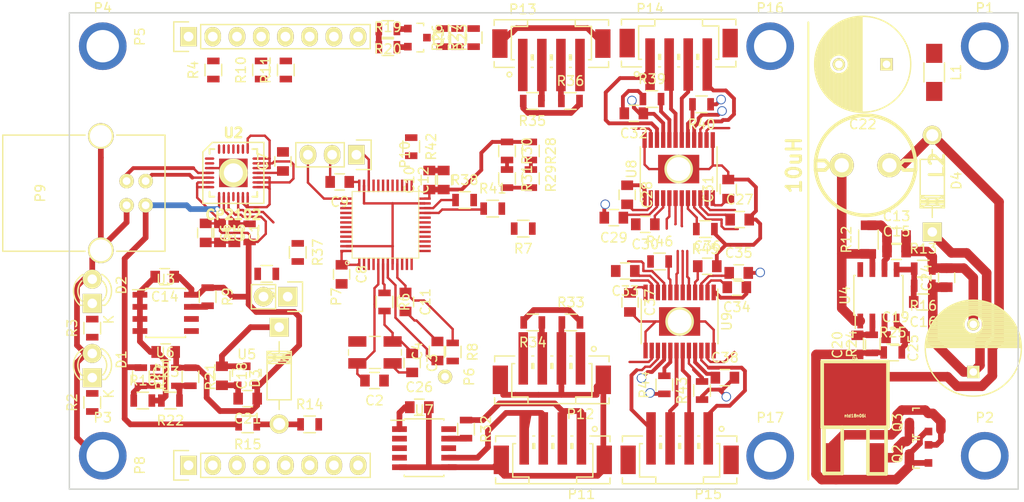
<source format=kicad_pcb>
(kicad_pcb (version 4) (host pcbnew 4.0.0-stable)
  (layers (0 F.Cu signal) (31 B.Cu signal) (34 B.Paste user) (35 F.Paste user) (36 B.SilkS user) (37 F.SilkS user) (38 B.Mask user) (39 F.Mask user) (44 Edge.Cuts user))
  (net 0 "")
  (net 1 "Net-(C1-Pad1)")
  (net 2 GND)
  (net 3 /clk-in)
  (net 4 "Net-(C3-Pad1)")
  (net 5 /~mcu-rst~)
  (net 6 VDD)
  (net 7 "Net-(C7-Pad1)")
  (net 8 /Vbus)
  (net 9 /reg-fb)
  (net 10 "Net-(C16-Pad2)")
  (net 11 "Net-(C19-Pad1)")
  (net 12 "Net-(C20-Pad1)")
  (net 13 "Net-(C20-Pad2)")
  (net 14 /stepper-subcircuit-1/Vbb)
  (net 15 "Net-(C28-Pad1)")
  (net 16 "Net-(C28-Pad2)")
  (net 17 "Net-(C29-Pad1)")
  (net 18 "Net-(C30-Pad1)")
  (net 19 "Net-(C34-Pad1)")
  (net 20 "Net-(C34-Pad2)")
  (net 21 "Net-(C35-Pad1)")
  (net 22 "Net-(C36-Pad1)")
  (net 23 "Net-(D1-Pad1)")
  (net 24 "Net-(D2-Pad1)")
  (net 25 "Net-(D3-Pad2)")
  (net 26 "Net-(D4-Pad2)")
  (net 27 "Net-(L2-Pad1)")
  (net 28 /tx-2)
  (net 29 /rx-2)
  (net 30 /i2c1-scl)
  (net 31 /i2c1-sda)
  (net 32 /boot0)
  (net 33 /gpio-0)
  (net 34 /gpio-1)
  (net 35 /gpio-2)
  (net 36 /gpio-3)
  (net 37 /swd-io)
  (net 38 /swd-clk)
  (net 39 "Net-(P11-Pad1)")
  (net 40 /shutter-out-b)
  (net 41 "Net-(P12-Pad3)")
  (net 42 "Net-(P13-Pad3)")
  (net 43 /stepper-subcircuit-1/out1a-1)
  (net 44 /stepper-subcircuit-1/out1b-1)
  (net 45 /stepper-subcircuit-1/out2a-1)
  (net 46 /stepper-subcircuit-1/out2b-1)
  (net 47 /stepper-subcircuit-2/out1a-1)
  (net 48 /stepper-subcircuit-2/out1b-1)
  (net 49 /stepper-subcircuit-2/out2a-1)
  (net 50 /stepper-subcircuit-2/out2b-1)
  (net 51 "Net-(Q1-Pad1)")
  (net 52 "Net-(Q1-Pad3)")
  (net 53 "Net-(Q2-Pad2)")
  (net 54 /led-0)
  (net 55 /led-1)
  (net 56 /clk-out)
  (net 57 /boot1)
  (net 58 /~wc~)
  (net 59 "Net-(R17-Pad2)")
  (net 60 /~high-current~)
  (net 61 "Net-(R21-Pad2)")
  (net 62 /stepper-subcircuit-1/ref)
  (net 63 /stepper-subcircuit-1/ms1)
  (net 64 /stepper-subcircuit-1/ms2)
  (net 65 /shutter-out-a)
  (net 66 /hall1)
  (net 67 /hall2)
  (net 68 /stepper-subcircuit-1/step)
  (net 69 /stepper-subcircuit-1/dir)
  (net 70 /stepper-subcircuit-1/rsense2-1)
  (net 71 /stepper-subcircuit-1/rsense1-1)
  (net 72 /stepper-subcircuit-2/step)
  (net 73 /stepper-subcircuit-2/dir)
  (net 74 /stepper-subcircuit-2/rsense2-1)
  (net 75 /stepper-subcircuit-2/rsense1-1)
  (net 76 /shutter-b)
  (net 77 /shutter-a)
  (net 78 /ext-power-flag)
  (net 79 /suspend)
  (net 80 /rxd)
  (net 81 /txd)
  (net 82 /rts)
  (net 83 /cts)
  (net 84 /stepper-subcircuit-1/~enable~)
  (net 85 /stepper-subcircuit-1/~reset~)
  (net 86 /stepper-subcircuit-1/~sleep~)
  (net 87 /d-)
  (net 88 /d+)
  (net 89 "Net-(R45-Pad2)")
  (net 90 "Net-(R46-Pad2)")
  (net 91 "Net-(C18-Pad1)")
  (module Mounting_Holes:MountingHole_3mm (layer F.Cu) (at 161.5 74.5)
    (fp_text reference P16 (at 0 -4.0005) (layer F.SilkS))
    (fp_text value screw)
    (pad 1 thru_hole circle (at 0 0) (size 5 5) (drill 3.4) (layers *.Cu) (net 2 GND))
  )
  (module Mounting_Holes:MountingHole_3mm (layer F.Cu) (at 161.5 117.5)
    (fp_text reference P17 (at 0 -4.0005) (layer F.SilkS))
    (fp_text value screw)
    (pad 1 thru_hole circle (at 0 0) (size 5 5) (drill 3.4) (layers *.Cu) (net 2 GND))
  )
  (module Mounting_Holes:MountingHole_3mm (layer F.Cu) (at 91.5 117.5)
    (fp_text reference P3 (at 0 -4.0005) (layer F.SilkS))
    (fp_text value screw)
    (pad 1 thru_hole circle (at 0 0) (size 5 5) (drill 3.4) (layers *.Cu) (net 2 GND))
  )
  (module Mounting_Holes:MountingHole_3mm (layer F.Cu) (at 91.5 74.5)
    (fp_text reference P4 (at 0 -4.0005) (layer F.SilkS))
    (fp_text value screw)
    (pad 1 thru_hole circle (at 0 0) (size 5 5) (drill 3.4) (layers *.Cu) (net 2 GND))
  )
  (module Mounting_Holes:MountingHole_3mm (layer F.Cu) (at 184 117.5)
    (fp_text reference P2 (at 0 -4.0005) (layer F.SilkS))
    (fp_text value screw)
    (pad 1 thru_hole circle (at 0 0) (size 5 5) (drill 3.4) (layers *.Cu) (net 2 GND))
  )
  (module Mounting_Holes:MountingHole_3mm (layer F.Cu) (at 184 74.5)
    (fp_text reference P1 (at 0 -4.0005) (layer F.SilkS))
    (fp_text value screw)
    (pad 1 thru_hole circle (at 0 0) (size 5 5) (drill 3.4) (layers *.Cu) (net 2 GND))
  )
  (module Capacitors_SMD:C_0805 (layer F.Cu) (at 105.3 94.1 270)
    (fp_text reference C1 (at 0 -2.1 270) (layer F.SilkS))
    (fp_text value 100n)
    (pad 1 smd rect (at -1 0 270) (size 1 1.25) (layers F.Cu F.Paste F.Mask) (net 1 "Net-(C1-Pad1)"))
    (pad 2 smd rect (at 1 0 270) (size 1 1.25) (layers F.Cu F.Paste F.Mask) (net 2 GND))
  )
  (module Capacitors_SMD:C_0805 (layer F.Cu) (at 120 109.6 180)
    (fp_text reference C2 (at 0 -2.1 180) (layer F.SilkS))
    (fp_text value 18p)
    (pad 1 smd rect (at -1 0 180) (size 1 1.25) (layers F.Cu F.Paste F.Mask) (net 2 GND))
    (pad 2 smd rect (at 1 0 180) (size 1 1.25) (layers F.Cu F.Paste F.Mask) (net 3 /clk-in))
  )
  (module Capacitors_SMD:C_0805 (layer F.Cu) (at 123.95 107.75 270)
    (fp_text reference C3 (at 0 -2.1 270) (layer F.SilkS))
    (fp_text value 18p)
    (pad 1 smd rect (at -1 0 270) (size 1 1.25) (layers F.Cu F.Paste F.Mask) (net 4 "Net-(C3-Pad1)"))
    (pad 2 smd rect (at 1 0 270) (size 1 1.25) (layers F.Cu F.Paste F.Mask) (net 2 GND))
  )
  (module Capacitors_SMD:C_0805 (layer F.Cu) (at 126.6 106.5 90)
    (fp_text reference C4 (at 0 -2.1 90) (layer F.SilkS))
    (fp_text value 100n)
    (pad 1 smd rect (at -1 0 90) (size 1 1.25) (layers F.Cu F.Paste F.Mask) (net 5 /~mcu-rst~))
    (pad 2 smd rect (at 1 0 90) (size 1 1.25) (layers F.Cu F.Paste F.Mask) (net 2 GND))
  )
  (module Capacitors_SMD:C_0805 (layer F.Cu) (at 103.8 94.1 270)
    (fp_text reference C5 (at 0 -2.1 270) (layer F.SilkS))
    (fp_text value 100n)
    (pad 1 smd rect (at -1 0 270) (size 1 1.25) (layers F.Cu F.Paste F.Mask) (net 6 VDD))
    (pad 2 smd rect (at 1 0 270) (size 1 1.25) (layers F.Cu F.Paste F.Mask) (net 2 GND))
  )
  (module Capacitors_SMD:C_0805 (layer F.Cu) (at 102.3 94.1 270)
    (fp_text reference C6 (at 0 -2.1 270) (layer F.SilkS))
    (fp_text value 4u7)
    (pad 1 smd rect (at -1 0 270) (size 1 1.25) (layers F.Cu F.Paste F.Mask) (net 6 VDD))
    (pad 2 smd rect (at 1 0 270) (size 1 1.25) (layers F.Cu F.Paste F.Mask) (net 2 GND))
  )
  (module Capacitors_SMD:C_0805 (layer F.Cu) (at 110.4 86.6 90)
    (fp_text reference C7 (at 0 -2.1 90) (layer F.SilkS))
    (fp_text value 4u7)
    (pad 1 smd rect (at -1 0 90) (size 1 1.25) (layers F.Cu F.Paste F.Mask) (net 7 "Net-(C7-Pad1)"))
    (pad 2 smd rect (at 1 0 90) (size 1 1.25) (layers F.Cu F.Paste F.Mask) (net 2 GND))
  )
  (module Capacitors_SMD:C_0805 (layer F.Cu) (at 116.55 98.45 270)
    (fp_text reference C8 (at 0 -2.1 270) (layer F.SilkS))
    (fp_text value 100n)
    (pad 1 smd rect (at -1 0 270) (size 1 1.25) (layers F.Cu F.Paste F.Mask) (net 6 VDD))
    (pad 2 smd rect (at 1 0 270) (size 1 1.25) (layers F.Cu F.Paste F.Mask) (net 2 GND))
  )
  (module Capacitors_SMD:C_0805 (layer F.Cu) (at 116.35 88.75 180)
    (fp_text reference C9 (at 0 -2.1 180) (layer F.SilkS))
    (fp_text value 100n)
    (pad 1 smd rect (at -1 0 180) (size 1 1.25) (layers F.Cu F.Paste F.Mask) (net 6 VDD))
    (pad 2 smd rect (at 1 0 180) (size 1 1.25) (layers F.Cu F.Paste F.Mask) (net 2 GND))
  )
  (module Capacitors_SMD:C_0805 (layer F.Cu) (at 125.75 88.55 90)
    (fp_text reference C10 (at 0 -2.1 90) (layer F.SilkS))
    (fp_text value 100n)
    (pad 1 smd rect (at -1 0 90) (size 1 1.25) (layers F.Cu F.Paste F.Mask) (net 6 VDD))
    (pad 2 smd rect (at 1 0 90) (size 1 1.25) (layers F.Cu F.Paste F.Mask) (net 2 GND))
  )
  (module Capacitors_SMD:C_0805 (layer F.Cu) (at 123.25 101.35 270)
    (fp_text reference C11 (at 0 -2.1 270) (layer F.SilkS))
    (fp_text value 100n)
    (pad 1 smd rect (at -1 0 270) (size 1 1.25) (layers F.Cu F.Paste F.Mask) (net 6 VDD))
    (pad 2 smd rect (at 1 0 270) (size 1 1.25) (layers F.Cu F.Paste F.Mask) (net 2 GND))
  )
  (module Capacitors_SMD:C_0805 (layer F.Cu) (at 127.25 88.55 90)
    (fp_text reference C12 (at 0 -2.1 90) (layer F.SilkS))
    (fp_text value 4u7)
    (pad 1 smd rect (at -1 0 90) (size 1 1.25) (layers F.Cu F.Paste F.Mask) (net 6 VDD))
    (pad 2 smd rect (at 1 0 90) (size 1 1.25) (layers F.Cu F.Paste F.Mask) (net 2 GND))
  )
  (module Capacitors_SMD:C_0805 (layer F.Cu) (at 174.75 94.45)
    (fp_text reference C13 (at 0 -2.1) (layer F.SilkS))
    (fp_text value 4u7)
    (pad 1 smd rect (at -1 0) (size 1 1.25) (layers F.Cu F.Paste F.Mask) (net 8 /Vbus))
    (pad 2 smd rect (at 1 0) (size 1 1.25) (layers F.Cu F.Paste F.Mask) (net 2 GND))
  )
  (module Capacitors_SMD:C_0805 (layer F.Cu) (at 98 98.7 180)
    (fp_text reference C14 (at 0 -2.1 180) (layer F.SilkS))
    (fp_text value 100n)
    (pad 1 smd rect (at -1 0 180) (size 1 1.25) (layers F.Cu F.Paste F.Mask) (net 6 VDD))
    (pad 2 smd rect (at 1 0 180) (size 1 1.25) (layers F.Cu F.Paste F.Mask) (net 2 GND))
  )
  (module Capacitors_SMD:C_0805 (layer F.Cu) (at 174.75 96.05)
    (fp_text reference C15 (at 0 -2.1) (layer F.SilkS))
    (fp_text value 100n)
    (pad 1 smd rect (at -1 0) (size 1 1.25) (layers F.Cu F.Paste F.Mask) (net 8 /Vbus))
    (pad 2 smd rect (at 1 0) (size 1 1.25) (layers F.Cu F.Paste F.Mask) (net 2 GND))
  )
  (module Capacitors_SMD:C_0805 (layer F.Cu) (at 177.55 101.35 180)
    (fp_text reference C16 (at 0 -2.1 180) (layer F.SilkS))
    (fp_text value 10n)
    (pad 1 smd rect (at -1 0 180) (size 1 1.25) (layers F.Cu F.Paste F.Mask) (net 9 /reg-fb))
    (pad 2 smd rect (at 1 0 180) (size 1 1.25) (layers F.Cu F.Paste F.Mask) (net 10 "Net-(C16-Pad2)"))
  )
  (module Capacitors_SMD:C_0805 (layer F.Cu) (at 104 109.1 270)
    (fp_text reference C18 (at 0 -2.1 270) (layer F.SilkS))
    (fp_text value 4u7)
    (pad 1 smd rect (at -1 0 270) (size 1 1.25) (layers F.Cu F.Paste F.Mask) (net 91 "Net-(C18-Pad1)"))
    (pad 2 smd rect (at 1 0 270) (size 1 1.25) (layers F.Cu F.Paste F.Mask) (net 2 GND))
  )
  (module Capacitors_SMD:C_0805 (layer F.Cu) (at 174.65 105.05)
    (fp_text reference C19 (at 0 -2.1) (layer F.SilkS))
    (fp_text value 1n2)
    (pad 1 smd rect (at -1 0) (size 1 1.25) (layers F.Cu F.Paste F.Mask) (net 11 "Net-(C19-Pad1)"))
    (pad 2 smd rect (at 1 0) (size 1 1.25) (layers F.Cu F.Paste F.Mask) (net 2 GND))
  )
  (module Capacitors_SMD:C_0805 (layer F.Cu) (at 170.65 105.85 90)
    (fp_text reference C20 (at 0 -2.1 90) (layer F.SilkS))
    (fp_text value 10n)
    (pad 1 smd rect (at -1 0 90) (size 1 1.25) (layers F.Cu F.Paste F.Mask) (net 12 "Net-(C20-Pad1)"))
    (pad 2 smd rect (at 1 0 90) (size 1 1.25) (layers F.Cu F.Paste F.Mask) (net 13 "Net-(C20-Pad2)"))
  )
  (module Capacitors_SMD:C_0805 (layer F.Cu) (at 106.7 111.5 180)
    (fp_text reference C21 (at 0 -2.1 180) (layer F.SilkS))
    (fp_text value 4u7)
    (pad 1 smd rect (at -1 0 180) (size 1 1.25) (layers F.Cu F.Paste F.Mask) (net 6 VDD))
    (pad 2 smd rect (at 1 0 180) (size 1 1.25) (layers F.Cu F.Paste F.Mask) (net 2 GND))
  )
  (module Capacitors_ThroughHole:C_Radial_D10_L20_P5 (layer F.Cu) (at 173.7 76.4 180)
    (fp_text reference C22 (at 2.5 -6.3 180) (layer F.SilkS))
    (fp_text value 680u)
    (pad 1 thru_hole rect (at 0 0 180) (size 1.3 1.3) (drill 0.8) (layers *.Cu *.Mask F.SilkS) (net 14 /stepper-subcircuit-1/Vbb))
    (pad 2 thru_hole circle (at 5 0 180) (size 1.3 1.3) (drill 0.8) (layers *.Cu *.Mask F.SilkS) (net 2 GND))
  )
  (module Capacitors_SMD:C_0805 (layer F.Cu) (at 98.1 106.6 180)
    (fp_text reference C23 (at 0 -2.1 180) (layer F.SilkS))
    (fp_text value 100n)
    (pad 1 smd rect (at -1 0 180) (size 1 1.25) (layers F.Cu F.Paste F.Mask) (net 6 VDD))
    (pad 2 smd rect (at 1 0 180) (size 1 1.25) (layers F.Cu F.Paste F.Mask) (net 2 GND))
  )
  (module Capacitors_SMD:C_0805 (layer F.Cu) (at 180 98.8 90)
    (fp_text reference C24 (at 0 -2.1 90) (layer F.SilkS))
    (fp_text value 100n)
    (pad 1 smd rect (at -1 0 90) (size 1 1.25) (layers F.Cu F.Paste F.Mask) (net 9 /reg-fb))
    (pad 2 smd rect (at 1 0 90) (size 1 1.25) (layers F.Cu F.Paste F.Mask) (net 2 GND))
  )
  (module Capacitors_ThroughHole:C_Radial_D10_L20_P5 (layer F.Cu) (at 182.8 108.7 90)
    (fp_text reference C25 (at 2.5 -6.3 90) (layer F.SilkS))
    (fp_text value 680u)
    (pad 1 thru_hole rect (at 0 0 90) (size 1.3 1.3) (drill 0.8) (layers *.Cu *.Mask F.SilkS) (net 9 /reg-fb))
    (pad 2 thru_hole circle (at 5 0 90) (size 1.3 1.3) (drill 0.8) (layers *.Cu *.Mask F.SilkS) (net 2 GND))
  )
  (module Capacitors_SMD:C_0805 (layer F.Cu) (at 124.7 112.4)
    (fp_text reference C26 (at 0 -2.1) (layer F.SilkS))
    (fp_text value 100n)
    (pad 1 smd rect (at -1 0) (size 1 1.25) (layers F.Cu F.Paste F.Mask) (net 14 /stepper-subcircuit-1/Vbb))
    (pad 2 smd rect (at 1 0) (size 1 1.25) (layers F.Cu F.Paste F.Mask) (net 2 GND))
  )
  (module Capacitors_SMD:C_0805 (layer F.Cu) (at 158.3 92.7)
    (fp_text reference C27 (at 0 -2.1) (layer F.SilkS))
    (fp_text value 100n)
    (pad 1 smd rect (at -1 0) (size 1 1.25) (layers F.Cu F.Paste F.Mask) (net 6 VDD))
    (pad 2 smd rect (at 1 0) (size 1 1.25) (layers F.Cu F.Paste F.Mask) (net 2 GND))
  )
  (module Capacitors_SMD:C_0805 (layer F.Cu) (at 146.5 90.1 270)
    (fp_text reference C28 (at 0 -2.1 270) (layer F.SilkS))
    (fp_text value 100n)
    (pad 1 smd rect (at -1 0 270) (size 1 1.25) (layers F.Cu F.Paste F.Mask) (net 15 "Net-(C28-Pad1)"))
    (pad 2 smd rect (at 1 0 270) (size 1 1.25) (layers F.Cu F.Paste F.Mask) (net 16 "Net-(C28-Pad2)"))
  )
  (module Capacitors_SMD:C_0805 (layer F.Cu) (at 145.1 92.5 180)
    (fp_text reference C29 (at 0 -2.1 180) (layer F.SilkS))
    (fp_text value 100n)
    (pad 1 smd rect (at -1 0 180) (size 1 1.25) (layers F.Cu F.Paste F.Mask) (net 17 "Net-(C29-Pad1)"))
    (pad 2 smd rect (at 1 0 180) (size 1 1.25) (layers F.Cu F.Paste F.Mask) (net 14 /stepper-subcircuit-1/Vbb))
  )
  (module Capacitors_SMD:C_0805 (layer F.Cu) (at 148.4 93.2 180)
    (fp_text reference C30 (at 0 -2.1 180) (layer F.SilkS))
    (fp_text value 220n)
    (pad 1 smd rect (at -1 0 180) (size 1 1.25) (layers F.Cu F.Paste F.Mask) (net 18 "Net-(C30-Pad1)"))
    (pad 2 smd rect (at 1 0 180) (size 1 1.25) (layers F.Cu F.Paste F.Mask) (net 2 GND))
  )
  (module Capacitors_SMD:C_0805 (layer F.Cu) (at 147.2 81.55 180)
    (fp_text reference C32 (at 0 -2.1 180) (layer F.SilkS))
    (fp_text value 100n)
    (pad 1 smd rect (at -1 0 180) (size 1 1.25) (layers F.Cu F.Paste F.Mask) (net 14 /stepper-subcircuit-1/Vbb))
    (pad 2 smd rect (at 1 0 180) (size 1 1.25) (layers F.Cu F.Paste F.Mask) (net 2 GND))
  )
  (module Capacitors_SMD:C_0805 (layer F.Cu) (at 146.3 98.1 180)
    (fp_text reference C33 (at 0 -2.1 180) (layer F.SilkS))
    (fp_text value 100n)
    (pad 1 smd rect (at -1 0 180) (size 1 1.25) (layers F.Cu F.Paste F.Mask) (net 6 VDD))
    (pad 2 smd rect (at 1 0 180) (size 1 1.25) (layers F.Cu F.Paste F.Mask) (net 2 GND))
  )
  (module Capacitors_SMD:C_0805 (layer F.Cu) (at 158 99.8 180)
    (fp_text reference C34 (at 0 -2.1 180) (layer F.SilkS))
    (fp_text value 100n)
    (pad 1 smd rect (at -1 0 180) (size 1 1.25) (layers F.Cu F.Paste F.Mask) (net 19 "Net-(C34-Pad1)"))
    (pad 2 smd rect (at 1 0 180) (size 1 1.25) (layers F.Cu F.Paste F.Mask) (net 20 "Net-(C34-Pad2)"))
  )
  (module Capacitors_SMD:C_0805 (layer F.Cu) (at 158.2 98.3)
    (fp_text reference C35 (at 0 -2.1) (layer F.SilkS))
    (fp_text value 100n)
    (pad 1 smd rect (at -1 0) (size 1 1.25) (layers F.Cu F.Paste F.Mask) (net 21 "Net-(C35-Pad1)"))
    (pad 2 smd rect (at 1 0) (size 1 1.25) (layers F.Cu F.Paste F.Mask) (net 14 /stepper-subcircuit-1/Vbb))
  )
  (module Capacitors_SMD:C_0805 (layer F.Cu) (at 154.9 97.6)
    (fp_text reference C36 (at 0 -2.1) (layer F.SilkS))
    (fp_text value 220n)
    (pad 1 smd rect (at -1 0) (size 1 1.25) (layers F.Cu F.Paste F.Mask) (net 22 "Net-(C36-Pad1)"))
    (pad 2 smd rect (at 1 0) (size 1 1.25) (layers F.Cu F.Paste F.Mask) (net 2 GND))
  )
  (module Capacitors_SMD:C_0805 (layer F.Cu) (at 156.75 109.3)
    (fp_text reference C38 (at 0 -2.1) (layer F.SilkS))
    (fp_text value 100n)
    (pad 1 smd rect (at -1 0) (size 1 1.25) (layers F.Cu F.Paste F.Mask) (net 14 /stepper-subcircuit-1/Vbb))
    (pad 2 smd rect (at 1 0) (size 1 1.25) (layers F.Cu F.Paste F.Mask) (net 2 GND))
  )
  (module LEDs:LED-3MM (layer F.Cu) (at 90.4 109.3 90)
    (fp_text reference D1 (at 1.91 3.06 90) (layer F.SilkS))
    (fp_text value LED)
    (fp_text user K (at -1.69 1.74 90) (layer F.SilkS))
    (pad 1 thru_hole rect (at 0 0 180) (size 2 2) (drill 1.00076) (layers *.Cu *.Mask F.SilkS) (net 23 "Net-(D1-Pad1)"))
    (pad 2 thru_hole circle (at 2.54 0 90) (size 2 2) (drill 1.00076) (layers *.Cu *.Mask F.SilkS) (net 2 GND))
  )
  (module LEDs:LED-3MM (layer F.Cu) (at 90.4 101.5 90)
    (fp_text reference D2 (at 1.91 3.06 90) (layer F.SilkS))
    (fp_text value LED)
    (fp_text user K (at -1.69 1.74 90) (layer F.SilkS))
    (pad 1 thru_hole rect (at 0 0 180) (size 2 2) (drill 1.00076) (layers *.Cu *.Mask F.SilkS) (net 24 "Net-(D2-Pad1)"))
    (pad 2 thru_hole circle (at 2.54 0 90) (size 2 2) (drill 1.00076) (layers *.Cu *.Mask F.SilkS) (net 2 GND))
  )
  (module Diodes_ThroughHole:Diode_DO-41_SOD81_Horizontal_RM10 (layer F.Cu) (at 110 104 270)
    (fp_text reference D3 (at 5.38734 2.53746 270) (layer F.SilkS))
    (fp_text value 1n5819)
    (pad 2 thru_hole circle (at 10.16 -0.00254 90) (size 1.99898 1.99898) (drill 1.27) (layers *.Cu *.Mask F.SilkS) (net 25 "Net-(D3-Pad2)"))
    (pad 1 thru_hole rect (at 0 -0.00254 90) (size 1.99898 1.99898) (drill 1.00076) (layers *.Cu *.Mask F.SilkS) (net 91 "Net-(C18-Pad1)"))
  )
  (module Diodes_ThroughHole:Diode_DO-41_SOD81_Horizontal_RM10 (layer F.Cu) (at 178.5 94 90)
    (fp_text reference D4 (at 5.38734 2.53746 90) (layer F.SilkS))
    (fp_text value 1n5819)
    (pad 2 thru_hole circle (at 10.16 -0.00254 270) (size 1.99898 1.99898) (drill 1.27) (layers *.Cu *.Mask F.SilkS) (net 26 "Net-(D4-Pad2)"))
    (pad 1 thru_hole rect (at 0 -0.00254 270) (size 1.99898 1.99898) (drill 1.00076) (layers *.Cu *.Mask F.SilkS) (net 9 /reg-fb))
  )
  (module Resistors_SMD:R_1206_HandSoldering (layer F.Cu) (at 178.7 77.25 270)
    (fp_text reference L1 (at 0 -2.3 270) (layer F.SilkS))
    (fp_text value 10uH)
    (pad 1 smd rect (at -2 0 270) (size 2 1.7) (layers F.Cu F.Paste F.Mask) (net 14 /stepper-subcircuit-1/Vbb))
    (pad 2 smd rect (at 2 0 270) (size 2 1.7) (layers F.Cu F.Paste F.Mask) (net 9 /reg-fb))
  )
  (module my-lib:my_inductance (layer F.Cu) (at 171.5 87 90)
    (fp_text reference L2 (at 0 7.50062 90) (layer F.SilkS) (effects (font (thickness 0.3048))))
    (fp_text value 10uH (at 0 -7.50062 90) (layer F.SilkS) (effects (font (thickness 0.3048))))
    (pad 1 thru_hole circle (at 0 -2.49936 90) (size 2.54 2.54) (drill 1.5) (layers *.Cu *.Mask F.SilkS) (net 27 "Net-(L2-Pad1)"))
    (pad 2 thru_hole circle (at 0 2.49936 90) (size 2.54 2.54) (drill 1.5) (layers *.Cu *.Mask F.SilkS) (net 26 "Net-(D4-Pad2)"))
  )
  (module Measurement_Points:Measurement_Point_Round-TH_Small (layer F.Cu) (at 127.4 109.2 270)
    (fp_text reference P6 (at 0 -2.54 270) (layer F.SilkS))
    (fp_text value ~rst~)
    (pad 1 thru_hole circle (at 0 0 270) (size 1.50114 1.50114) (drill 0.8001) (layers *.Cu *.Mask F.SilkS) (net 5 /~mcu-rst~))
  )
  (module Pin_Headers:Pin_Header_Straight_1x02 (layer F.Cu) (at 110.9 100.8 270)
    (fp_text reference P7 (at 0 -5.1 270) (layer F.SilkS))
    (fp_text value mode)
    (pad 1 thru_hole rect (at 0 0 270) (size 2.032 2.032) (drill 1.016) (layers *.Cu *.Mask F.SilkS) (net 6 VDD))
    (pad 2 thru_hole oval (at 0 2.54 270) (size 2.032 2.032) (drill 1.016) (layers *.Cu *.Mask F.SilkS) (net 32 /boot0))
  )
  (module Pin_Headers:Pin_Header_Straight_1x08 (layer F.Cu) (at 100.5 118.5 90)
    (fp_text reference P8 (at 0 -5.1 90) (layer F.SilkS))
    (fp_text value ext-2)
    (pad 1 thru_hole rect (at 0 0 90) (size 2.032 1.7272) (drill 1.016) (layers *.Cu *.Mask F.SilkS) (net 6 VDD))
    (pad 2 thru_hole oval (at 0 2.54 90) (size 2.032 1.7272) (drill 1.016) (layers *.Cu *.Mask F.SilkS) (net 2 GND))
    (pad 3 thru_hole oval (at 0 5.08 90) (size 2.032 1.7272) (drill 1.016) (layers *.Cu *.Mask F.SilkS) (net 9 /reg-fb))
    (pad 4 thru_hole oval (at 0 7.62 90) (size 2.032 1.7272) (drill 1.016) (layers *.Cu *.Mask F.SilkS) (net 2 GND))
    (pad 5 thru_hole oval (at 0 10.16 90) (size 2.032 1.7272) (drill 1.016) (layers *.Cu *.Mask F.SilkS) (net 33 /gpio-0))
    (pad 6 thru_hole oval (at 0 12.7 90) (size 2.032 1.7272) (drill 1.016) (layers *.Cu *.Mask F.SilkS) (net 34 /gpio-1))
    (pad 7 thru_hole oval (at 0 15.24 90) (size 2.032 1.7272) (drill 1.016) (layers *.Cu *.Mask F.SilkS) (net 35 /gpio-2))
    (pad 8 thru_hole oval (at 0 17.78 90) (size 2.032 1.7272) (drill 1.016) (layers *.Cu *.Mask F.SilkS) (net 36 /gpio-3))
  )
  (module Connect:USB_B (layer F.Cu) (at 96 91.2 180)
    (fp_text reference P9 (at 11.049 1.27 270) (layer F.SilkS))
    (fp_text value USB_B)
    (pad 2 thru_hole circle (at 0 2.54 90) (size 1.524 1.524) (drill 0.8128) (layers *.Cu *.Mask F.SilkS) (net 87 /d-))
    (pad 1 thru_hole circle (at 0 0 90) (size 1.524 1.524) (drill 0.8128) (layers *.Cu *.Mask F.SilkS) (net 8 /Vbus))
    (pad 4 thru_hole circle (at 1.99898 0 90) (size 1.524 1.524) (drill 0.8128) (layers *.Cu *.Mask F.SilkS) (net 2 GND))
    (pad 3 thru_hole circle (at 1.99898 2.54 90) (size 1.524 1.524) (drill 0.8128) (layers *.Cu *.Mask F.SilkS) (net 88 /d+))
    (pad 5 thru_hole circle (at 4.699 7.26948 90) (size 2.70002 2.70002) (drill 2.30124) (layers *.Cu *.Mask F.SilkS) (net 2 GND))
    (pad 5 thru_hole circle (at 4.699 -4.72948 90) (size 2.70002 2.70002) (drill 2.30124) (layers *.Cu *.Mask F.SilkS) (net 2 GND))
  )
  (module Pin_Headers:Pin_Header_Straight_1x03 (layer F.Cu) (at 118.1 85.9 270)
    (fp_text reference P10 (at 0 -5.1 270) (layer F.SilkS))
    (fp_text value swd)
    (pad 1 thru_hole rect (at 0 0 270) (size 2.032 1.7272) (drill 1.016) (layers *.Cu *.Mask F.SilkS) (net 37 /swd-io))
    (pad 2 thru_hole oval (at 0 2.54 270) (size 2.032 1.7272) (drill 1.016) (layers *.Cu *.Mask F.SilkS) (net 2 GND))
    (pad 3 thru_hole oval (at 0 5.08 270) (size 2.032 1.7272) (drill 1.016) (layers *.Cu *.Mask F.SilkS) (net 38 /swd-clk))
  )
  (module my-lib:my-DPAK (layer F.Cu) (at 170.4 117.7)
    (fp_text reference Q4 (at 0 -10.414) (layer F.SilkS) (effects (font (size 0.29972 0.29972) (thickness 0.07493))))
    (fp_text value ntd18n06l (at 0 -4.39928) (layer F.SilkS) (effects (font (size 0.29972 0.29972) (thickness 0.0762))))
    (pad 1 smd rect (at -2.30124 0) (size 1.651 3.048) (layers F.Cu F.Paste F.Mask) (net 53 "Net-(Q2-Pad2)"))
    (pad 4 smd rect (at 0 -6.64972) (size 6.70052 6.70052) (layers F.Cu F.Paste F.Mask) (net 26 "Net-(D4-Pad2)"))
    (pad 3 smd rect (at 2.30124 0) (size 1.651 3.048) (layers F.Cu F.Paste F.Mask) (net 2 GND))
  )
  (module Resistors_SMD:R_0805 (layer F.Cu) (at 106.9 94.1 90)
    (fp_text reference R1 (at 0 -2.1 90) (layer F.SilkS))
    (fp_text value "10k 5%")
    (pad 1 smd rect (at -0.95 0 90) (size 0.7 1.3) (layers F.Cu F.Paste F.Mask) (net 6 VDD))
    (pad 2 smd rect (at 0.95 0 90) (size 0.7 1.3) (layers F.Cu F.Paste F.Mask) (net 1 "Net-(C1-Pad1)"))
  )
  (module Resistors_SMD:R_0805 (layer F.Cu) (at 90.4 111.9 90)
    (fp_text reference R2 (at 0 -2.1 90) (layer F.SilkS))
    (fp_text value "1k 5%")
    (pad 1 smd rect (at -0.95 0 90) (size 0.7 1.3) (layers F.Cu F.Paste F.Mask) (net 54 /led-0))
    (pad 2 smd rect (at 0.95 0 90) (size 0.7 1.3) (layers F.Cu F.Paste F.Mask) (net 23 "Net-(D1-Pad1)"))
  )
  (module Resistors_SMD:R_0805 (layer F.Cu) (at 90.4 104.1 90)
    (fp_text reference R3 (at 0 -2.1 90) (layer F.SilkS))
    (fp_text value "1k 5%")
    (pad 1 smd rect (at -0.95 0 90) (size 0.7 1.3) (layers F.Cu F.Paste F.Mask) (net 55 /led-1))
    (pad 2 smd rect (at 0.95 0 90) (size 0.7 1.3) (layers F.Cu F.Paste F.Mask) (net 24 "Net-(D2-Pad1)"))
  )
  (module Resistors_SMD:R_0805 (layer F.Cu) (at 103.1 77 90)
    (fp_text reference R4 (at 0 -2.1 90) (layer F.SilkS))
    (fp_text value "10k 5%")
    (pad 1 smd rect (at -0.95 0 90) (size 0.7 1.3) (layers F.Cu F.Paste F.Mask) (net 6 VDD))
    (pad 2 smd rect (at 0.95 0 90) (size 0.7 1.3) (layers F.Cu F.Paste F.Mask) (net 29 /rx-2))
  )
  (module Resistors_SMD:R_0805 (layer F.Cu) (at 108.7 98.4 180)
    (fp_text reference R5 (at 0 -2.1 180) (layer F.SilkS))
    (fp_text value "10k 5%")
    (pad 1 smd rect (at -0.95 0 180) (size 0.7 1.3) (layers F.Cu F.Paste F.Mask) (net 2 GND))
    (pad 2 smd rect (at 0.95 0 180) (size 0.7 1.3) (layers F.Cu F.Paste F.Mask) (net 32 /boot0))
  )
  (module Resistors_SMD:R_0805 (layer F.Cu) (at 121.05 101.35 270)
    (fp_text reference R6 (at 0 -2.1 270) (layer F.SilkS))
    (fp_text value "100 5%")
    (pad 1 smd rect (at -0.95 0 270) (size 0.7 1.3) (layers F.Cu F.Paste F.Mask) (net 56 /clk-out))
    (pad 2 smd rect (at 0.95 0 270) (size 0.7 1.3) (layers F.Cu F.Paste F.Mask) (net 4 "Net-(C3-Pad1)"))
  )
  (module Resistors_SMD:R_0805 (layer F.Cu) (at 135.6 93.65 180)
    (fp_text reference R7 (at 0 -2.1 180) (layer F.SilkS))
    (fp_text value "10k 5%")
    (pad 1 smd rect (at -0.95 0 180) (size 0.7 1.3) (layers F.Cu F.Paste F.Mask) (net 2 GND))
    (pad 2 smd rect (at 0.95 0 180) (size 0.7 1.3) (layers F.Cu F.Paste F.Mask) (net 57 /boot1))
  )
  (module Resistors_SMD:R_0805 (layer F.Cu) (at 128.2 106.6 270)
    (fp_text reference R8 (at 0 -2.1 270) (layer F.SilkS))
    (fp_text value "10k 5%")
    (pad 1 smd rect (at -0.95 0 270) (size 0.7 1.3) (layers F.Cu F.Paste F.Mask) (net 6 VDD))
    (pad 2 smd rect (at 0.95 0 270) (size 0.7 1.3) (layers F.Cu F.Paste F.Mask) (net 5 /~mcu-rst~))
  )
  (module Resistors_SMD:R_0805 (layer F.Cu) (at 102.5 100.8 270)
    (fp_text reference R9 (at 0 -2.1 270) (layer F.SilkS))
    (fp_text value "10k 5%")
    (pad 1 smd rect (at -0.95 0 270) (size 0.7 1.3) (layers F.Cu F.Paste F.Mask) (net 6 VDD))
    (pad 2 smd rect (at 0.95 0 270) (size 0.7 1.3) (layers F.Cu F.Paste F.Mask) (net 58 /~wc~))
  )
  (module Resistors_SMD:R_0805 (layer F.Cu) (at 108.1 77 90)
    (fp_text reference R10 (at 0 -2.1 90) (layer F.SilkS))
    (fp_text value "10k 5%")
    (pad 1 smd rect (at -0.95 0 90) (size 0.7 1.3) (layers F.Cu F.Paste F.Mask) (net 6 VDD))
    (pad 2 smd rect (at 0.95 0 90) (size 0.7 1.3) (layers F.Cu F.Paste F.Mask) (net 30 /i2c1-scl))
  )
  (module Resistors_SMD:R_0805 (layer F.Cu) (at 110.7 77 90)
    (fp_text reference R11 (at 0 -2.1 90) (layer F.SilkS))
    (fp_text value "10k 5%")
    (pad 1 smd rect (at -0.95 0 90) (size 0.7 1.3) (layers F.Cu F.Paste F.Mask) (net 6 VDD))
    (pad 2 smd rect (at 0.95 0 90) (size 0.7 1.3) (layers F.Cu F.Paste F.Mask) (net 31 /i2c1-sda))
  )
  (module Resistors_SMD:R_0805 (layer F.Cu) (at 177.55 97.85)
    (fp_text reference R13 (at 0 -2.1) (layer F.SilkS))
    (fp_text value "1k 5%")
    (pad 1 smd rect (at -0.95 0) (size 0.7 1.3) (layers F.Cu F.Paste F.Mask) (net 10 "Net-(C16-Pad2)"))
    (pad 2 smd rect (at 0.95 0) (size 0.7 1.3) (layers F.Cu F.Paste F.Mask) (net 2 GND))
  )
  (module Resistors_SMD:R_0805 (layer F.Cu) (at 113.2 114.2)
    (fp_text reference R14 (at 0 -2.1) (layer F.SilkS))
    (fp_text value 0)
    (pad 1 smd rect (at -0.95 0) (size 0.7 1.3) (layers F.Cu F.Paste F.Mask) (net 25 "Net-(D3-Pad2)"))
    (pad 2 smd rect (at 0.95 0) (size 0.7 1.3) (layers F.Cu F.Paste F.Mask) (net 9 /reg-fb))
  )
  (module Resistors_SMD:R_0805 (layer F.Cu) (at 106.7 114.2 180)
    (fp_text reference R15 (at 0 -2.1 180) (layer F.SilkS))
    (fp_text value 0)
    (pad 1 smd rect (at -0.95 0 180) (size 0.7 1.3) (layers F.Cu F.Paste F.Mask) (net 25 "Net-(D3-Pad2)"))
    (pad 2 smd rect (at 0.95 0 180) (size 0.7 1.3) (layers F.Cu F.Paste F.Mask) (net 8 /Vbus))
  )
  (module Resistors_SMD:R_0805 (layer F.Cu) (at 177.55 99.65 180)
    (fp_text reference R16 (at 0 -2.1 180) (layer F.SilkS))
    (fp_text value "6k2 5%")
    (pad 1 smd rect (at -0.95 0 180) (size 0.7 1.3) (layers F.Cu F.Paste F.Mask) (net 9 /reg-fb))
    (pad 2 smd rect (at 0.95 0 180) (size 0.7 1.3) (layers F.Cu F.Paste F.Mask) (net 10 "Net-(C16-Pad2)"))
  )
  (module Resistors_SMD:R_0805 (layer F.Cu) (at 95.5 109.2 270)
    (fp_text reference R17 (at 0 -2.1 270) (layer F.SilkS))
    (fp_text value "47k 5%")
    (pad 1 smd rect (at -0.95 0 270) (size 0.7 1.3) (layers F.Cu F.Paste F.Mask) (net 8 /Vbus))
    (pad 2 smd rect (at 0.95 0 270) (size 0.7 1.3) (layers F.Cu F.Paste F.Mask) (net 59 "Net-(R17-Pad2)"))
  )
  (module Resistors_SMD:R_0805 (layer F.Cu) (at 95.7 111.7)
    (fp_text reference R18 (at 0 -2.1) (layer F.SilkS))
    (fp_text value "33k 5%")
    (pad 1 smd rect (at -0.95 0) (size 0.7 1.3) (layers F.Cu F.Paste F.Mask) (net 59 "Net-(R17-Pad2)"))
    (pad 2 smd rect (at 0.95 0) (size 0.7 1.3) (layers F.Cu F.Paste F.Mask) (net 2 GND))
  )
  (module Resistors_SMD:R_0805 (layer F.Cu) (at 121.4 74.6)
    (fp_text reference R19 (at 0 -2.1) (layer F.SilkS))
    (fp_text value "10k 5%")
    (pad 1 smd rect (at -0.95 0) (size 0.7 1.3) (layers F.Cu F.Paste F.Mask) (net 60 /~high-current~))
    (pad 2 smd rect (at 0.95 0) (size 0.7 1.3) (layers F.Cu F.Paste F.Mask) (net 6 VDD))
  )
  (module Resistors_SMD:R_0805 (layer F.Cu) (at 121.4 72.7 180)
    (fp_text reference R20 (at 0 -2.1 180) (layer F.SilkS))
    (fp_text value "1k 5%")
    (pad 1 smd rect (at -0.95 0 180) (size 0.7 1.3) (layers F.Cu F.Paste F.Mask) (net 51 "Net-(Q1-Pad1)"))
    (pad 2 smd rect (at 0.95 0 180) (size 0.7 1.3) (layers F.Cu F.Paste F.Mask) (net 60 /~high-current~))
  )
  (module Resistors_SMD:R_0805 (layer F.Cu) (at 100.7 109.2 270)
    (fp_text reference R21 (at 0 -2.1 270) (layer F.SilkS))
    (fp_text value "33k 5%")
    (pad 1 smd rect (at -0.95 0 270) (size 0.7 1.3) (layers F.Cu F.Paste F.Mask) (net 6 VDD))
    (pad 2 smd rect (at 0.95 0 270) (size 0.7 1.3) (layers F.Cu F.Paste F.Mask) (net 61 "Net-(R21-Pad2)"))
  )
  (module Resistors_SMD:R_0805 (layer F.Cu) (at 98.6 111.7 180)
    (fp_text reference R22 (at 0 -2.1 180) (layer F.SilkS))
    (fp_text value "33k 5%")
    (pad 1 smd rect (at -0.95 0 180) (size 0.7 1.3) (layers F.Cu F.Paste F.Mask) (net 61 "Net-(R21-Pad2)"))
    (pad 2 smd rect (at 0.95 0 180) (size 0.7 1.3) (layers F.Cu F.Paste F.Mask) (net 2 GND))
  )
  (module Resistors_SMD:R_0805 (layer F.Cu) (at 127.1 73.6 270)
    (fp_text reference R23 (at 0 -2.1 270) (layer F.SilkS))
    (fp_text value "33k 5%")
    (pad 1 smd rect (at -0.95 0 270) (size 0.7 1.3) (layers F.Cu F.Paste F.Mask) (net 52 "Net-(Q1-Pad3)"))
    (pad 2 smd rect (at 0.95 0 270) (size 0.7 1.3) (layers F.Cu F.Paste F.Mask) (net 62 /stepper-subcircuit-1/ref))
  )
  (module Resistors_SMD:R_0805 (layer F.Cu) (at 172.15 105.75 90)
    (fp_text reference R24 (at 0 -2.1 90) (layer F.SilkS))
    (fp_text value "470 5%")
    (pad 1 smd rect (at -0.95 0 90) (size 0.7 1.3) (layers F.Cu F.Paste F.Mask) (net 12 "Net-(C20-Pad1)"))
    (pad 2 smd rect (at 0.95 0 90) (size 0.7 1.3) (layers F.Cu F.Paste F.Mask) (net 13 "Net-(C20-Pad2)"))
  )
  (module Resistors_SMD:R_0805 (layer F.Cu) (at 174.35 106.65)
    (fp_text reference R25 (at 0 -2.1) (layer F.SilkS))
    (fp_text value "1k 5%")
    (pad 1 smd rect (at -0.95 0) (size 0.7 1.3) (layers F.Cu F.Paste F.Mask) (net 12 "Net-(C20-Pad1)"))
    (pad 2 smd rect (at 0.95 0) (size 0.7 1.3) (layers F.Cu F.Paste F.Mask) (net 2 GND))
  )
  (module Resistors_SMD:R_0805 (layer F.Cu) (at 128.7 73.6 90)
    (fp_text reference R26 (at 0 -2.1 90) (layer F.SilkS))
    (fp_text value "100k 5%")
    (pad 1 smd rect (at -0.95 0 90) (size 0.7 1.3) (layers F.Cu F.Paste F.Mask) (net 6 VDD))
    (pad 2 smd rect (at 0.95 0 90) (size 0.7 1.3) (layers F.Cu F.Paste F.Mask) (net 62 /stepper-subcircuit-1/ref))
  )
  (module Resistors_SMD:R_0805 (layer F.Cu) (at 130.4 73.6 90)
    (fp_text reference R27 (at 0 -2.1 90) (layer F.SilkS))
    (fp_text value "10k 5%")
    (pad 1 smd rect (at -0.95 0 90) (size 0.7 1.3) (layers F.Cu F.Paste F.Mask) (net 62 /stepper-subcircuit-1/ref))
    (pad 2 smd rect (at 0.95 0 90) (size 0.7 1.3) (layers F.Cu F.Paste F.Mask) (net 2 GND))
  )
  (module Resistors_SMD:R_0805 (layer F.Cu) (at 136.4 85.5 270)
    (fp_text reference R28 (at 0 -2.1 270) (layer F.SilkS))
    (fp_text value 0)
    (pad 1 smd rect (at -0.95 0 270) (size 0.7 1.3) (layers F.Cu F.Paste F.Mask) (net 6 VDD))
    (pad 2 smd rect (at 0.95 0 270) (size 0.7 1.3) (layers F.Cu F.Paste F.Mask) (net 63 /stepper-subcircuit-1/ms1))
  )
  (module Resistors_SMD:R_0805 (layer F.Cu) (at 136.4 88.4 270)
    (fp_text reference R29 (at 0 -2.1 270) (layer F.SilkS))
    (fp_text value 0)
    (pad 1 smd rect (at -0.95 0 270) (size 0.7 1.3) (layers F.Cu F.Paste F.Mask) (net 63 /stepper-subcircuit-1/ms1))
    (pad 2 smd rect (at 0.95 0 270) (size 0.7 1.3) (layers F.Cu F.Paste F.Mask) (net 2 GND))
  )
  (module Resistors_SMD:R_0805 (layer F.Cu) (at 133.9 85.5 270)
    (fp_text reference R30 (at 0 -2.1 270) (layer F.SilkS))
    (fp_text value 0)
    (pad 1 smd rect (at -0.95 0 270) (size 0.7 1.3) (layers F.Cu F.Paste F.Mask) (net 6 VDD))
    (pad 2 smd rect (at 0.95 0 270) (size 0.7 1.3) (layers F.Cu F.Paste F.Mask) (net 64 /stepper-subcircuit-1/ms2))
  )
  (module Resistors_SMD:R_0805 (layer F.Cu) (at 133.9 88.4 270)
    (fp_text reference R31 (at 0 -2.1 270) (layer F.SilkS))
    (fp_text value 0)
    (pad 1 smd rect (at -0.95 0 270) (size 0.7 1.3) (layers F.Cu F.Paste F.Mask) (net 64 /stepper-subcircuit-1/ms2))
    (pad 2 smd rect (at 0.95 0 270) (size 0.7 1.3) (layers F.Cu F.Paste F.Mask) (net 2 GND))
  )
  (module Resistors_SMD:R_0805 (layer F.Cu) (at 129.6 114.7 270)
    (fp_text reference R32 (at 0 -2.1 270) (layer F.SilkS))
    (fp_text value "10 5%")
    (pad 1 smd rect (at -0.95 0 270) (size 0.7 1.3) (layers F.Cu F.Paste F.Mask) (net 39 "Net-(P11-Pad1)"))
    (pad 2 smd rect (at 0.95 0 270) (size 0.7 1.3) (layers F.Cu F.Paste F.Mask) (net 65 /shutter-out-a))
  )
  (module Resistors_SMD:R_0805 (layer F.Cu) (at 140.6 103.5)
    (fp_text reference R33 (at 0 -2.1) (layer F.SilkS))
    (fp_text value "33k 5%")
    (pad 1 smd rect (at -0.95 0) (size 0.7 1.3) (layers F.Cu F.Paste F.Mask) (net 2 GND))
    (pad 2 smd rect (at 0.95 0) (size 0.7 1.3) (layers F.Cu F.Paste F.Mask) (net 66 /hall1))
  )
  (module Resistors_SMD:R_0805 (layer F.Cu) (at 136.6 103.5 180)
    (fp_text reference R34 (at 0 -2.1 180) (layer F.SilkS))
    (fp_text value "1k 5%")
    (pad 1 smd rect (at -0.95 0 180) (size 0.7 1.3) (layers F.Cu F.Paste F.Mask) (net 41 "Net-(P12-Pad3)"))
    (pad 2 smd rect (at 0.95 0 180) (size 0.7 1.3) (layers F.Cu F.Paste F.Mask) (net 66 /hall1))
  )
  (module Resistors_SMD:R_0805 (layer F.Cu) (at 136.55 80.25 180)
    (fp_text reference R35 (at 0 -2.1 180) (layer F.SilkS))
    (fp_text value "33k 5%")
    (pad 1 smd rect (at -0.95 0 180) (size 0.7 1.3) (layers F.Cu F.Paste F.Mask) (net 2 GND))
    (pad 2 smd rect (at 0.95 0 180) (size 0.7 1.3) (layers F.Cu F.Paste F.Mask) (net 67 /hall2))
  )
  (module Resistors_SMD:R_0805 (layer F.Cu) (at 140.55 80.25)
    (fp_text reference R36 (at 0 -2.1) (layer F.SilkS))
    (fp_text value "1k 5%")
    (pad 1 smd rect (at -0.95 0) (size 0.7 1.3) (layers F.Cu F.Paste F.Mask) (net 42 "Net-(P13-Pad3)"))
    (pad 2 smd rect (at 0.95 0) (size 0.7 1.3) (layers F.Cu F.Paste F.Mask) (net 67 /hall2))
  )
  (module Resistors_SMD:R_0805 (layer F.Cu) (at 111.95 96.15 270)
    (fp_text reference R37 (at 0 -2.1 270) (layer F.SilkS))
    (fp_text value "100 5%")
    (pad 1 smd rect (at -0.95 0 270) (size 0.7 1.3) (layers F.Cu F.Paste F.Mask) (net 68 /stepper-subcircuit-1/step))
    (pad 2 smd rect (at 0.95 0 270) (size 0.7 1.3) (layers F.Cu F.Paste F.Mask) (net 68 /stepper-subcircuit-1/step))
  )
  (module Resistors_SMD:R_0805 (layer F.Cu) (at 129.45 90.65)
    (fp_text reference R38 (at 0 -2.1) (layer F.SilkS))
    (fp_text value "100 5%")
    (pad 1 smd rect (at -0.95 0) (size 0.7 1.3) (layers F.Cu F.Paste F.Mask) (net 69 /stepper-subcircuit-1/dir))
    (pad 2 smd rect (at 0.95 0) (size 0.7 1.3) (layers F.Cu F.Paste F.Mask) (net 69 /stepper-subcircuit-1/dir))
  )
  (module Resistors_SMD:R_0805 (layer F.Cu) (at 149.1 80.05)
    (fp_text reference R39 (at 0 -2.1) (layer F.SilkS))
    (fp_text value "1 5%")
    (pad 1 smd rect (at -0.95 0) (size 0.7 1.3) (layers F.Cu F.Paste F.Mask) (net 2 GND))
    (pad 2 smd rect (at 0.95 0) (size 0.7 1.3) (layers F.Cu F.Paste F.Mask) (net 70 /stepper-subcircuit-1/rsense2-1))
  )
  (module Resistors_SMD:R_0805 (layer F.Cu) (at 154.3 80.6 180)
    (fp_text reference R40 (at 0 -2.1 180) (layer F.SilkS))
    (fp_text value "1 5%")
    (pad 1 smd rect (at -0.95 0 180) (size 0.7 1.3) (layers F.Cu F.Paste F.Mask) (net 2 GND))
    (pad 2 smd rect (at 0.95 0 180) (size 0.7 1.3) (layers F.Cu F.Paste F.Mask) (net 71 /stepper-subcircuit-1/rsense1-1))
  )
  (module Resistors_SMD:R_0805 (layer F.Cu) (at 132.4 91.55)
    (fp_text reference R41 (at 0 -2.1) (layer F.SilkS))
    (fp_text value "100 5%")
    (pad 1 smd rect (at -0.95 0) (size 0.7 1.3) (layers F.Cu F.Paste F.Mask) (net 72 /stepper-subcircuit-2/step))
    (pad 2 smd rect (at 0.95 0) (size 0.7 1.3) (layers F.Cu F.Paste F.Mask) (net 72 /stepper-subcircuit-2/step))
  )
  (module Resistors_SMD:R_0805 (layer F.Cu) (at 123.85 85.05 270)
    (fp_text reference R42 (at 0 -2.1 270) (layer F.SilkS))
    (fp_text value "100 5%")
    (pad 1 smd rect (at -0.95 0 270) (size 0.7 1.3) (layers F.Cu F.Paste F.Mask) (net 73 /stepper-subcircuit-2/dir))
    (pad 2 smd rect (at 0.95 0 270) (size 0.7 1.3) (layers F.Cu F.Paste F.Mask) (net 73 /stepper-subcircuit-2/dir))
  )
  (module Resistors_SMD:R_0805 (layer F.Cu) (at 154.35 110.65 90)
    (fp_text reference R43 (at 0 -2.1 90) (layer F.SilkS))
    (fp_text value "1 5%")
    (pad 1 smd rect (at -0.95 0 90) (size 0.7 1.3) (layers F.Cu F.Paste F.Mask) (net 2 GND))
    (pad 2 smd rect (at 0.95 0 90) (size 0.7 1.3) (layers F.Cu F.Paste F.Mask) (net 74 /stepper-subcircuit-2/rsense2-1))
  )
  (module Resistors_SMD:R_0805 (layer F.Cu) (at 150.4 110.05 90)
    (fp_text reference R44 (at 0 -2.1 90) (layer F.SilkS))
    (fp_text value "1 5%")
    (pad 1 smd rect (at -0.95 0 90) (size 0.7 1.3) (layers F.Cu F.Paste F.Mask) (net 2 GND))
    (pad 2 smd rect (at 0.95 0 90) (size 0.7 1.3) (layers F.Cu F.Paste F.Mask) (net 75 /stepper-subcircuit-2/rsense1-1))
  )
  (module my-lib:LQFP48 (layer F.Cu) (at 121.15 93.25 90)
    (fp_text reference stm1)
    (fp_text value STM32F103CBT6 hide)
    (pad 12 smd rect (at -4.09702 2.74828 90) (size 1.3 0.24892) (layers F.Cu F.Paste F.Mask) (net 28 /tx-2))
    (pad 11 smd rect (at -4.09702 2.2479 90) (size 1.3 0.25146) (layers F.Cu F.Paste F.Mask) (net 76 /shutter-b))
    (pad 10 smd rect (at -4.09702 1.74752 90) (size 1.3 0.25146) (layers F.Cu F.Paste F.Mask) (net 77 /shutter-a))
    (pad 9 smd rect (at -4.09702 1.24714 90) (size 1.3 0.25146) (layers F.Cu F.Paste F.Mask) (net 6 VDD))
    (pad 8 smd rect (at -4.09702 0.7493 90) (size 1.3 0.24892) (layers F.Cu F.Paste F.Mask) (net 2 GND))
    (pad 7 smd rect (at -4.09702 0.24892 90) (size 1.3 0.24892) (layers F.Cu F.Paste F.Mask) (net 5 /~mcu-rst~))
    (pad 6 smd rect (at -4.09702 -0.24892 90) (size 1.3 0.24892) (layers F.Cu F.Paste F.Mask) (net 56 /clk-out))
    (pad 5 smd rect (at -4.09702 -0.7493 90) (size 1.3 0.24892) (layers F.Cu F.Paste F.Mask) (net 3 /clk-in))
    (pad 4 smd rect (at -4.09702 -1.24714 90) (size 1.3 0.25146) (layers F.Cu F.Paste F.Mask) (net 33 /gpio-0))
    (pad 3 smd rect (at -4.09702 -1.74752 90) (size 1.3 0.25146) (layers F.Cu F.Paste F.Mask) (net 54 /led-0))
    (pad 2 smd rect (at -4.09702 -2.2479 90) (size 1.3 0.25146) (layers F.Cu F.Paste F.Mask) (net 55 /led-1))
    (pad 1 smd rect (at -4.09702 -2.74828 90) (size 1.3 0.24892) (layers F.Cu F.Paste F.Mask) (net 6 VDD))
    (pad 48 smd rect (at -2.74828 -4.09702 90) (size 0.24892 1.3) (layers F.Cu F.Paste F.Mask) (net 6 VDD))
    (pad 47 smd rect (at -2.2479 -4.09702 90) (size 0.25146 1.3) (layers F.Cu F.Paste F.Mask) (net 2 GND))
    (pad 46 smd rect (at -1.74752 -4.09702 90) (size 0.25146 1.3) (layers F.Cu F.Paste F.Mask) (net 68 /stepper-subcircuit-1/step))
    (pad 45 smd rect (at -1.24714 -4.09702 90) (size 0.25146 1.3) (layers F.Cu F.Paste F.Mask) (net 34 /gpio-1))
    (pad 44 smd rect (at -0.7493 -4.09702 90) (size 0.24892 1.3) (layers F.Cu F.Paste F.Mask) (net 32 /boot0))
    (pad 43 smd rect (at -0.24892 -4.09702 90) (size 0.24892 1.3) (layers F.Cu F.Paste F.Mask) (net 31 /i2c1-sda))
    (pad 42 smd rect (at 0.24892 -4.09702 90) (size 0.24892 1.3) (layers F.Cu F.Paste F.Mask) (net 30 /i2c1-scl))
    (pad 41 smd rect (at 0.7493 -4.09702 90) (size 0.24892 1.3) (layers F.Cu F.Paste F.Mask) (net 35 /gpio-2))
    (pad 40 smd rect (at 1.24714 -4.09702 90) (size 0.25146 1.3) (layers F.Cu F.Paste F.Mask))
    (pad 39 smd rect (at 1.74752 -4.09702 90) (size 0.25146 1.3) (layers F.Cu F.Paste F.Mask))
    (pad 38 smd rect (at 2.2479 -4.09702 90) (size 0.25146 1.3) (layers F.Cu F.Paste F.Mask))
    (pad 37 smd rect (at 2.74828 -4.09702 90) (size 0.24892 1.3) (layers F.Cu F.Paste F.Mask) (net 38 /swd-clk))
    (pad 25 smd rect (at 4.09702 2.74828 90) (size 1.3 0.24892) (layers F.Cu F.Paste F.Mask) (net 73 /stepper-subcircuit-2/dir))
    (pad 26 smd rect (at 4.09702 2.2479 90) (size 1.3 0.25146) (layers F.Cu F.Paste F.Mask) (net 66 /hall1))
    (pad 27 smd rect (at 4.09702 1.74752 90) (size 1.3 0.25146) (layers F.Cu F.Paste F.Mask) (net 67 /hall2))
    (pad 28 smd rect (at 4.09702 1.24714 90) (size 1.3 0.25146) (layers F.Cu F.Paste F.Mask) (net 78 /ext-power-flag))
    (pad 29 smd rect (at 4.09702 0.7493 90) (size 1.3 0.24892) (layers F.Cu F.Paste F.Mask) (net 79 /suspend))
    (pad 30 smd rect (at 4.09702 0.24892 90) (size 1.3 0.24892) (layers F.Cu F.Paste F.Mask) (net 80 /rxd))
    (pad 31 smd rect (at 4.09702 -0.24892 90) (size 1.3 0.24892) (layers F.Cu F.Paste F.Mask) (net 81 /txd))
    (pad 32 smd rect (at 4.09702 -0.7493 90) (size 1.3 0.24892) (layers F.Cu F.Paste F.Mask) (net 82 /rts))
    (pad 33 smd rect (at 4.09702 -1.24714 90) (size 1.3 0.25146) (layers F.Cu F.Paste F.Mask) (net 83 /cts))
    (pad 34 smd rect (at 4.09702 -1.74752 90) (size 1.3 0.25146) (layers F.Cu F.Paste F.Mask) (net 37 /swd-io))
    (pad 35 smd rect (at 4.09702 -2.2479 90) (size 1.3 0.25146) (layers F.Cu F.Paste F.Mask) (net 2 GND))
    (pad 36 smd rect (at 4.09702 -2.74828 90) (size 1.3 0.24892) (layers F.Cu F.Paste F.Mask) (net 6 VDD))
    (pad 13 smd rect (at -2.74828 4.09702 90) (size 0.24892 1.3) (layers F.Cu F.Paste F.Mask) (net 29 /rx-2))
    (pad 14 smd rect (at -2.2479 4.09702 90) (size 0.25146 1.3) (layers F.Cu F.Paste F.Mask) (net 84 /stepper-subcircuit-1/~enable~))
    (pad 15 smd rect (at -1.74752 4.09702 90) (size 0.25146 1.3) (layers F.Cu F.Paste F.Mask) (net 85 /stepper-subcircuit-1/~reset~))
    (pad 16 smd rect (at -1.24714 4.09702 90) (size 0.25146 1.3) (layers F.Cu F.Paste F.Mask) (net 86 /stepper-subcircuit-1/~sleep~))
    (pad 17 smd rect (at -0.7493 4.09702 90) (size 0.24892 1.3) (layers F.Cu F.Paste F.Mask) (net 60 /~high-current~))
    (pad 18 smd rect (at -0.24892 4.09702 90) (size 0.24892 1.3) (layers F.Cu F.Paste F.Mask) (net 36 /gpio-3))
    (pad 19 smd rect (at 0.24892 4.09702 90) (size 0.24892 1.3) (layers F.Cu F.Paste F.Mask) (net 58 /~wc~))
    (pad 20 smd rect (at 0.7493 4.09702 90) (size 0.24892 1.3) (layers F.Cu F.Paste F.Mask) (net 57 /boot1))
    (pad 21 smd rect (at 1.24714 4.09702 90) (size 0.25146 1.3) (layers F.Cu F.Paste F.Mask) (net 72 /stepper-subcircuit-2/step))
    (pad 22 smd rect (at 1.74752 4.09702 90) (size 0.25146 1.3) (layers F.Cu F.Paste F.Mask) (net 69 /stepper-subcircuit-1/dir))
    (pad 23 smd rect (at 2.2479 4.09702 90) (size 0.25146 1.3) (layers F.Cu F.Paste F.Mask) (net 2 GND))
    (pad 24 smd rect (at 2.74828 4.09702 90) (size 0.24892 1.3) (layers F.Cu F.Paste F.Mask) (net 6 VDD))
  )
  (module my-lib:CRYSTAL-SMD-5x3 (layer F.Cu) (at 120.05 106.65 180)
    (fp_text reference U1 hide)
    (fp_text value crystal-4pin hide)
    (pad 1 smd rect (at -1.84912 1.15062 180) (size 1.89992 1.09982) (layers F.Cu F.Paste F.Mask) (net 4 "Net-(C3-Pad1)"))
    (pad 2 smd rect (at 1.84912 1.15062 180) (size 1.89992 1.09982) (layers F.Cu F.Paste F.Mask) (net 2 GND))
    (pad 3 smd rect (at 1.84912 -1.15062 180) (size 1.89992 1.09982) (layers F.Cu F.Paste F.Mask) (net 3 /clk-in))
    (pad 4 smd rect (at -1.84912 -1.15062 180) (size 1.89992 1.09982) (layers F.Cu F.Paste F.Mask) (net 2 GND))
  )
  (module my-lib:CP2102 (layer F.Cu) (at 105.2 87.8)
    (fp_text reference U2 (at 0 -4.20116) (layer F.SilkS) (effects (font (size 1.00076 1.00076) (thickness 0.3048))))
    (fp_text value CP2102 (at 0 4.39928) (layer F.SilkS) (effects (font (size 1.00076 1.00076) (thickness 0.3048))))
    (pad 1 smd oval (at -2.49936 -1.50114) (size 1.00076 0.24892) (layers F.Cu F.Paste F.Mask))
    (pad 2 smd oval (at -2.49936 -1.00076) (size 1.00076 0.24892) (layers F.Cu F.Paste F.Mask))
    (pad 3 smd oval (at -2.49936 -0.50038) (size 1.00076 0.24892) (layers F.Cu F.Paste F.Mask) (net 2 GND))
    (pad 4 smd oval (at -2.49936 0) (size 1.00076 0.24892) (layers F.Cu F.Paste F.Mask) (net 88 /d+))
    (pad 5 smd oval (at -2.49936 0.50038) (size 1.00076 0.24892) (layers F.Cu F.Paste F.Mask) (net 87 /d-))
    (pad 6 smd oval (at -2.49936 1.00076) (size 1.00076 0.24892) (layers F.Cu F.Paste F.Mask) (net 6 VDD))
    (pad 7 smd oval (at -2.49936 1.50114) (size 1.00076 0.24892) (layers F.Cu F.Paste F.Mask) (net 6 VDD))
    (pad 8 smd oval (at -1.50114 2.49936 90) (size 1.00076 0.24892) (layers F.Cu F.Paste F.Mask) (net 8 /Vbus))
    (pad 9 smd oval (at -1.00076 2.49936 90) (size 1.00076 0.24892) (layers F.Cu F.Paste F.Mask) (net 1 "Net-(C1-Pad1)"))
    (pad 10 smd oval (at -0.50038 2.49936 90) (size 1.00076 0.24892) (layers F.Cu F.Paste F.Mask) (net 6 VDD))
    (pad 11 smd oval (at 0 2.49936 90) (size 1.00076 0.24892) (layers F.Cu F.Paste F.Mask))
    (pad 12 smd oval (at 0.50038 2.49936 90) (size 1.00076 0.24892) (layers F.Cu F.Paste F.Mask) (net 79 /suspend))
    (pad 13 smd oval (at 1.00076 2.49936 90) (size 1.00076 0.24892) (layers F.Cu F.Paste F.Mask) (net 6 VDD))
    (pad 14 smd oval (at 1.50114 2.49936 90) (size 1.00076 0.24892) (layers F.Cu F.Paste F.Mask) (net 6 VDD))
    (pad 15 smd oval (at 2.49936 1.50114 180) (size 1.00076 0.24892) (layers F.Cu F.Paste F.Mask) (net 6 VDD))
    (pad 16 smd oval (at 2.49936 1.00076 180) (size 1.00076 0.24892) (layers F.Cu F.Paste F.Mask) (net 6 VDD))
    (pad 17 smd oval (at 2.49936 0.50038 180) (size 1.00076 0.24892) (layers F.Cu F.Paste F.Mask) (net 6 VDD))
    (pad 18 smd oval (at 2.49936 0 180) (size 1.00076 0.24892) (layers F.Cu F.Paste F.Mask) (net 7 "Net-(C7-Pad1)"))
    (pad 19 smd oval (at 2.49936 -0.50038 180) (size 1.00076 0.24892) (layers F.Cu F.Paste F.Mask) (net 6 VDD))
    (pad 20 smd oval (at 2.49936 -1.00076 180) (size 1.00076 0.24892) (layers F.Cu F.Paste F.Mask) (net 6 VDD))
    (pad 21 smd oval (at 2.49936 -1.50114 180) (size 1.00076 0.24892) (layers F.Cu F.Paste F.Mask) (net 6 VDD))
    (pad 22 smd oval (at 1.50114 -2.49936 270) (size 1.00076 0.24892) (layers F.Cu F.Paste F.Mask) (net 6 VDD))
    (pad 23 smd oval (at 1.00076 -2.49936 270) (size 1.00076 0.24892) (layers F.Cu F.Paste F.Mask) (net 83 /cts))
    (pad 24 smd oval (at 0.50038 -2.49936 270) (size 1.00076 0.24892) (layers F.Cu F.Paste F.Mask) (net 82 /rts))
    (pad 25 smd oval (at 0 -2.49936 270) (size 1.00076 0.24892) (layers F.Cu F.Paste F.Mask) (net 80 /rxd))
    (pad 26 smd oval (at -0.50038 -2.49936 270) (size 1.00076 0.24892) (layers F.Cu F.Paste F.Mask) (net 81 /txd))
    (pad 27 smd oval (at -1.00076 -2.49936 270) (size 1.00076 0.24892) (layers F.Cu F.Paste F.Mask))
    (pad 28 smd oval (at -1.50114 -2.49936 270) (size 1.00076 0.24892) (layers F.Cu F.Paste F.Mask))
    (pad 0 smd rect (at 0 0) (size 3 3) (layers F.Cu F.Paste F.Mask) (net 2 GND))
    (pad 0 thru_hole circle (at 0 0) (size 3 3) (drill 2) (layers *.Cu *.Mask F.SilkS) (net 2 GND))
  )
  (module Housings_SOIC:SOIC-8_3.9x4.9mm_Pitch1.27mm (layer F.Cu) (at 98.1 102.5)
    (fp_text reference U3 (at 0 -3.5) (layer F.SilkS))
    (fp_text value m24c02)
    (pad 1 smd rect (at -2.7 -1.905) (size 1.55 0.6) (layers F.Cu F.Paste F.Mask) (net 2 GND))
    (pad 2 smd rect (at -2.7 -0.635) (size 1.55 0.6) (layers F.Cu F.Paste F.Mask) (net 2 GND))
    (pad 3 smd rect (at -2.7 0.635) (size 1.55 0.6) (layers F.Cu F.Paste F.Mask) (net 2 GND))
    (pad 4 smd rect (at -2.7 1.905) (size 1.55 0.6) (layers F.Cu F.Paste F.Mask) (net 2 GND))
    (pad 5 smd rect (at 2.7 1.905) (size 1.55 0.6) (layers F.Cu F.Paste F.Mask) (net 31 /i2c1-sda))
    (pad 6 smd rect (at 2.7 0.635) (size 1.55 0.6) (layers F.Cu F.Paste F.Mask) (net 30 /i2c1-scl))
    (pad 7 smd rect (at 2.7 -0.635) (size 1.55 0.6) (layers F.Cu F.Paste F.Mask) (net 58 /~wc~))
    (pad 8 smd rect (at 2.7 -1.905) (size 1.55 0.6) (layers F.Cu F.Paste F.Mask) (net 6 VDD))
  )
  (module Housings_SOIC:SOIC-8_3.9x4.9mm_Pitch1.27mm (layer F.Cu) (at 172.85 100.65 90)
    (fp_text reference U4 (at 0 -3.5 90) (layer F.SilkS))
    (fp_text value NCP3063)
    (pad 1 smd rect (at -2.7 -1.905 90) (size 1.55 0.6) (layers F.Cu F.Paste F.Mask) (net 27 "Net-(L2-Pad1)"))
    (pad 2 smd rect (at -2.7 -0.635 90) (size 1.55 0.6) (layers F.Cu F.Paste F.Mask) (net 13 "Net-(C20-Pad2)"))
    (pad 3 smd rect (at -2.7 0.635 90) (size 1.55 0.6) (layers F.Cu F.Paste F.Mask) (net 11 "Net-(C19-Pad1)"))
    (pad 4 smd rect (at -2.7 1.905 90) (size 1.55 0.6) (layers F.Cu F.Paste F.Mask) (net 2 GND))
    (pad 5 smd rect (at 2.7 1.905 90) (size 1.55 0.6) (layers F.Cu F.Paste F.Mask) (net 10 "Net-(C16-Pad2)"))
    (pad 6 smd rect (at 2.7 0.635 90) (size 1.55 0.6) (layers F.Cu F.Paste F.Mask) (net 8 /Vbus))
    (pad 7 smd rect (at 2.7 -0.635 90) (size 1.55 0.6) (layers F.Cu F.Paste F.Mask) (net 27 "Net-(L2-Pad1)"))
    (pad 8 smd rect (at 2.7 -1.905 90) (size 1.55 0.6) (layers F.Cu F.Paste F.Mask))
  )
  (module TO_SOT_Packages_SMD:SOT-23-5 (layer F.Cu) (at 98.1 109.2)
    (fp_text reference U6 (at -0.05 -2.55) (layer F.SilkS))
    (fp_text value ts881)
    (pad 1 smd rect (at -1.1 -0.95) (size 1.06 0.65) (layers F.Cu F.Paste F.Mask) (net 78 /ext-power-flag))
    (pad 2 smd rect (at -1.1 0) (size 1.06 0.65) (layers F.Cu F.Paste F.Mask) (net 2 GND))
    (pad 3 smd rect (at -1.1 0.95) (size 1.06 0.65) (layers F.Cu F.Paste F.Mask) (net 59 "Net-(R17-Pad2)"))
    (pad 4 smd rect (at 1.1 0.95) (size 1.06 0.65) (layers F.Cu F.Paste F.Mask) (net 61 "Net-(R21-Pad2)"))
    (pad 5 smd rect (at 1.1 -0.95) (size 1.06 0.65) (layers F.Cu F.Paste F.Mask) (net 6 VDD))
  )
  (module my-lib:lb1930mc (layer F.Cu) (at 125.2 116.2)
    (fp_text reference U7 (at 0 -3.5) (layer F.SilkS))
    (fp_text value lb1930mc)
    (pad 1 smd rect (at -2.58 -1.5) (size 1.55 0.6) (layers F.Cu F.Paste F.Mask) (net 14 /stepper-subcircuit-1/Vbb))
    (pad 2 smd rect (at -2.58 -0.5) (size 1.55 0.6) (layers F.Cu F.Paste F.Mask))
    (pad 3 smd rect (at -2.58 0.5) (size 1.55 0.6) (layers F.Cu F.Paste F.Mask) (net 77 /shutter-a))
    (pad 4 smd rect (at -2.58 1.5) (size 1.55 0.6) (layers F.Cu F.Paste F.Mask) (net 76 /shutter-b))
    (pad 7 smd rect (at 2.58 1.5) (size 1.55 0.6) (layers F.Cu F.Paste F.Mask) (net 40 /shutter-out-b))
    (pad 8 smd rect (at 2.58 0.5) (size 1.55 0.6) (layers F.Cu F.Paste F.Mask))
    (pad 9 smd rect (at 2.58 -0.5) (size 1.55 0.6) (layers F.Cu F.Paste F.Mask) (net 65 /shutter-out-a))
    (pad 10 smd rect (at 2.58 -1.5) (size 1.55 0.6) (layers F.Cu F.Paste F.Mask))
    (pad 5 smd rect (at -2.58 2.5) (size 1.55 0.6) (layers F.Cu F.Paste F.Mask) (net 2 GND))
    (pad 6 smd rect (at 2.58 2.5) (size 1.55 0.6) (layers F.Cu F.Paste F.Mask) (net 2 GND))
  )
  (module my-lib:a4985 (layer F.Cu) (at 151.9 87.4 90)
    (fp_text reference U8 (at 0 -4.95 90) (layer F.SilkS))
    (fp_text value a4985)
    (pad 1 smd rect (at -3.05 -3.575 90) (size 1.65 0.45) (layers F.Cu F.Paste F.Mask) (net 15 "Net-(C28-Pad1)"))
    (pad 2 smd rect (at -3.05 -2.925 90) (size 1.65 0.45) (layers F.Cu F.Paste F.Mask) (net 16 "Net-(C28-Pad2)"))
    (pad 3 smd rect (at -3.05 -2.275 90) (size 1.65 0.45) (layers F.Cu F.Paste F.Mask) (net 17 "Net-(C29-Pad1)"))
    (pad 4 smd rect (at -3.05 -1.625 90) (size 1.65 0.45) (layers F.Cu F.Paste F.Mask) (net 18 "Net-(C30-Pad1)"))
    (pad 5 smd rect (at -3.05 -0.975 90) (size 1.65 0.45) (layers F.Cu F.Paste F.Mask) (net 63 /stepper-subcircuit-1/ms1))
    (pad 6 smd rect (at -3.05 -0.325 90) (size 1.65 0.45) (layers F.Cu F.Paste F.Mask) (net 64 /stepper-subcircuit-1/ms2))
    (pad 7 smd rect (at -3.05 0.325 90) (size 1.65 0.45) (layers F.Cu F.Paste F.Mask) (net 85 /stepper-subcircuit-1/~reset~))
    (pad 8 smd rect (at -3.05 0.975 90) (size 1.65 0.45) (layers F.Cu F.Paste F.Mask) (net 89 "Net-(R45-Pad2)"))
    (pad 9 smd rect (at -3.05 1.625 90) (size 1.65 0.45) (layers F.Cu F.Paste F.Mask) (net 86 /stepper-subcircuit-1/~sleep~))
    (pad 10 smd rect (at -3.05 2.275 90) (size 1.65 0.45) (layers F.Cu F.Paste F.Mask) (net 6 VDD))
    (pad 11 smd rect (at -3.05 2.925 90) (size 1.65 0.45) (layers F.Cu F.Paste F.Mask) (net 68 /stepper-subcircuit-1/step))
    (pad 12 smd rect (at -3.05 3.575 90) (size 1.65 0.45) (layers F.Cu F.Paste F.Mask) (net 62 /stepper-subcircuit-1/ref))
    (pad 13 smd rect (at 3.05 3.575 90) (size 1.65 0.45) (layers F.Cu F.Paste F.Mask) (net 2 GND))
    (pad 14 smd rect (at 3.05 2.925 90) (size 1.65 0.45) (layers F.Cu F.Paste F.Mask) (net 69 /stepper-subcircuit-1/dir))
    (pad 15 smd rect (at 3.05 2.275 90) (size 1.65 0.45) (layers F.Cu F.Paste F.Mask) (net 44 /stepper-subcircuit-1/out1b-1))
    (pad 16 smd rect (at 3.05 1.625 90) (size 1.65 0.45) (layers F.Cu F.Paste F.Mask) (net 14 /stepper-subcircuit-1/Vbb))
    (pad 17 smd rect (at 3.05 0.975 90) (size 1.65 0.45) (layers F.Cu F.Paste F.Mask) (net 71 /stepper-subcircuit-1/rsense1-1))
    (pad 18 smd rect (at 3.05 0.325 90) (size 1.65 0.45) (layers F.Cu F.Paste F.Mask) (net 43 /stepper-subcircuit-1/out1a-1))
    (pad 19 smd rect (at 3.05 -0.325 90) (size 1.65 0.45) (layers F.Cu F.Paste F.Mask) (net 45 /stepper-subcircuit-1/out2a-1))
    (pad 20 smd rect (at 3.05 -0.975 90) (size 1.65 0.45) (layers F.Cu F.Paste F.Mask) (net 70 /stepper-subcircuit-1/rsense2-1))
    (pad 21 smd rect (at 3.05 -1.625 90) (size 1.65 0.45) (layers F.Cu F.Paste F.Mask) (net 14 /stepper-subcircuit-1/Vbb))
    (pad 22 smd rect (at 3.05 -2.275 90) (size 1.65 0.45) (layers F.Cu F.Paste F.Mask) (net 46 /stepper-subcircuit-1/out2b-1))
    (pad 23 smd rect (at 3.05 -2.925 90) (size 1.65 0.45) (layers F.Cu F.Paste F.Mask) (net 84 /stepper-subcircuit-1/~enable~))
    (pad 24 smd rect (at 3.05 -3.575 90) (size 1.65 0.45) (layers F.Cu F.Paste F.Mask) (net 2 GND))
    (pad pad smd rect (at 0 0 90) (size 3 4.32) (layers F.Cu F.Paste F.Mask) (net 2 GND))
    (pad pad thru_hole circle (at 0 0 90) (size 3 3) (drill 2.5) (layers *.Cu *.Mask F.SilkS) (net 2 GND))
  )
  (module my-lib:a4985 (layer F.Cu) (at 152 103.4 270)
    (fp_text reference U9 (at 0 -4.95 270) (layer F.SilkS))
    (fp_text value a4985)
    (pad 1 smd rect (at -3.05 -3.575 270) (size 1.65 0.45) (layers F.Cu F.Paste F.Mask) (net 19 "Net-(C34-Pad1)"))
    (pad 2 smd rect (at -3.05 -2.925 270) (size 1.65 0.45) (layers F.Cu F.Paste F.Mask) (net 20 "Net-(C34-Pad2)"))
    (pad 3 smd rect (at -3.05 -2.275 270) (size 1.65 0.45) (layers F.Cu F.Paste F.Mask) (net 21 "Net-(C35-Pad1)"))
    (pad 4 smd rect (at -3.05 -1.625 270) (size 1.65 0.45) (layers F.Cu F.Paste F.Mask) (net 22 "Net-(C36-Pad1)"))
    (pad 5 smd rect (at -3.05 -0.975 270) (size 1.65 0.45) (layers F.Cu F.Paste F.Mask) (net 63 /stepper-subcircuit-1/ms1))
    (pad 6 smd rect (at -3.05 -0.325 270) (size 1.65 0.45) (layers F.Cu F.Paste F.Mask) (net 64 /stepper-subcircuit-1/ms2))
    (pad 7 smd rect (at -3.05 0.325 270) (size 1.65 0.45) (layers F.Cu F.Paste F.Mask) (net 85 /stepper-subcircuit-1/~reset~))
    (pad 8 smd rect (at -3.05 0.975 270) (size 1.65 0.45) (layers F.Cu F.Paste F.Mask) (net 90 "Net-(R46-Pad2)"))
    (pad 9 smd rect (at -3.05 1.625 270) (size 1.65 0.45) (layers F.Cu F.Paste F.Mask) (net 86 /stepper-subcircuit-1/~sleep~))
    (pad 10 smd rect (at -3.05 2.275 270) (size 1.65 0.45) (layers F.Cu F.Paste F.Mask) (net 6 VDD))
    (pad 11 smd rect (at -3.05 2.925 270) (size 1.65 0.45) (layers F.Cu F.Paste F.Mask) (net 72 /stepper-subcircuit-2/step))
    (pad 12 smd rect (at -3.05 3.575 270) (size 1.65 0.45) (layers F.Cu F.Paste F.Mask) (net 62 /stepper-subcircuit-1/ref))
    (pad 13 smd rect (at 3.05 3.575 270) (size 1.65 0.45) (layers F.Cu F.Paste F.Mask) (net 2 GND))
    (pad 14 smd rect (at 3.05 2.925 270) (size 1.65 0.45) (layers F.Cu F.Paste F.Mask) (net 73 /stepper-subcircuit-2/dir))
    (pad 15 smd rect (at 3.05 2.275 270) (size 1.65 0.45) (layers F.Cu F.Paste F.Mask) (net 48 /stepper-subcircuit-2/out1b-1))
    (pad 16 smd rect (at 3.05 1.625 270) (size 1.65 0.45) (layers F.Cu F.Paste F.Mask) (net 14 /stepper-subcircuit-1/Vbb))
    (pad 17 smd rect (at 3.05 0.975 270) (size 1.65 0.45) (layers F.Cu F.Paste F.Mask) (net 75 /stepper-subcircuit-2/rsense1-1))
    (pad 18 smd rect (at 3.05 0.325 270) (size 1.65 0.45) (layers F.Cu F.Paste F.Mask) (net 47 /stepper-subcircuit-2/out1a-1))
    (pad 19 smd rect (at 3.05 -0.325 270) (size 1.65 0.45) (layers F.Cu F.Paste F.Mask) (net 49 /stepper-subcircuit-2/out2a-1))
    (pad 20 smd rect (at 3.05 -0.975 270) (size 1.65 0.45) (layers F.Cu F.Paste F.Mask) (net 74 /stepper-subcircuit-2/rsense2-1))
    (pad 21 smd rect (at 3.05 -1.625 270) (size 1.65 0.45) (layers F.Cu F.Paste F.Mask) (net 14 /stepper-subcircuit-1/Vbb))
    (pad 22 smd rect (at 3.05 -2.275 270) (size 1.65 0.45) (layers F.Cu F.Paste F.Mask) (net 50 /stepper-subcircuit-2/out2b-1))
    (pad 23 smd rect (at 3.05 -2.925 270) (size 1.65 0.45) (layers F.Cu F.Paste F.Mask) (net 84 /stepper-subcircuit-1/~enable~))
    (pad 24 smd rect (at 3.05 -3.575 270) (size 1.65 0.45) (layers F.Cu F.Paste F.Mask) (net 2 GND))
    (pad pad smd rect (at 0 0 270) (size 3 4.32) (layers F.Cu F.Paste F.Mask) (net 2 GND))
    (pad pad thru_hole circle (at 0 0 270) (size 3 3) (drill 2.5) (layers *.Cu *.Mask F.SilkS) (net 2 GND))
  )
  (module my-lib:JST_B4B-PH-SM4-TB (layer F.Cu) (at 138.7 116.8 180)
    (fp_text reference P11 (at -3 -4.725 180) (layer F.SilkS))
    (fp_text value stepper_conn)
    (pad 1 smd rect (at -3 1.125 180) (size 1 5.5) (layers F.Cu F.Paste F.Mask) (net 39 "Net-(P11-Pad1)"))
    (pad 2 smd rect (at -1 1.125 180) (size 1 5.5) (layers F.Cu F.Paste F.Mask) (net 39 "Net-(P11-Pad1)"))
    (pad 3 smd rect (at 1 1.125 180) (size 1 5.5) (layers F.Cu F.Paste F.Mask) (net 40 /shutter-out-b))
    (pad 4 smd rect (at 3 1.125 180) (size 1 5.5) (layers F.Cu F.Paste F.Mask) (net 40 /shutter-out-b))
    (pad 0 smd rect (at -5.4 -1.125 180) (size 1.6 3) (layers F.Cu F.Paste F.Mask) (net 2 GND))
    (pad 0 smd rect (at 5.4 -1.125 180) (size 1.6 3) (layers F.Cu F.Paste F.Mask) (net 2 GND))
  )
  (module my-lib:JST_B4B-PH-SM4-TB (layer F.Cu) (at 138.6 108.4 180)
    (fp_text reference P12 (at -3 -4.725 180) (layer F.SilkS))
    (fp_text value stepper_conn)
    (pad 1 smd rect (at -3 1.125 180) (size 1 5.5) (layers F.Cu F.Paste F.Mask) (net 8 /Vbus))
    (pad 2 smd rect (at -1 1.125 180) (size 1 5.5) (layers F.Cu F.Paste F.Mask) (net 2 GND))
    (pad 3 smd rect (at 1 1.125 180) (size 1 5.5) (layers F.Cu F.Paste F.Mask) (net 41 "Net-(P12-Pad3)"))
    (pad 4 smd rect (at 3 1.125 180) (size 1 5.5) (layers F.Cu F.Paste F.Mask))
    (pad 0 smd rect (at -5.4 -1.125 180) (size 1.6 3) (layers F.Cu F.Paste F.Mask) (net 2 GND))
    (pad 0 smd rect (at 5.4 -1.125 180) (size 1.6 3) (layers F.Cu F.Paste F.Mask) (net 2 GND))
  )
  (module my-lib:JST_B4B-PH-SM4-TB (layer F.Cu) (at 138.55 75.35)
    (fp_text reference P13 (at -3 -4.725) (layer F.SilkS))
    (fp_text value stepper_conn)
    (pad 1 smd rect (at -3 1.125) (size 1 5.5) (layers F.Cu F.Paste F.Mask) (net 8 /Vbus))
    (pad 2 smd rect (at -1 1.125) (size 1 5.5) (layers F.Cu F.Paste F.Mask) (net 2 GND))
    (pad 3 smd rect (at 1 1.125) (size 1 5.5) (layers F.Cu F.Paste F.Mask) (net 42 "Net-(P13-Pad3)"))
    (pad 4 smd rect (at 3 1.125) (size 1 5.5) (layers F.Cu F.Paste F.Mask))
    (pad 0 smd rect (at -5.4 -1.125) (size 1.6 3) (layers F.Cu F.Paste F.Mask) (net 2 GND))
    (pad 0 smd rect (at 5.4 -1.125) (size 1.6 3) (layers F.Cu F.Paste F.Mask) (net 2 GND))
  )
  (module my-lib:JST_B4B-PH-SM4-TB (layer F.Cu) (at 151.9 75.3)
    (fp_text reference P14 (at -3 -4.725) (layer F.SilkS))
    (fp_text value stepper_conn)
    (pad 1 smd rect (at -3 1.125) (size 1 5.5) (layers F.Cu F.Paste F.Mask) (net 46 /stepper-subcircuit-1/out2b-1))
    (pad 2 smd rect (at -1 1.125) (size 1 5.5) (layers F.Cu F.Paste F.Mask) (net 45 /stepper-subcircuit-1/out2a-1))
    (pad 3 smd rect (at 1 1.125) (size 1 5.5) (layers F.Cu F.Paste F.Mask) (net 43 /stepper-subcircuit-1/out1a-1))
    (pad 4 smd rect (at 3 1.125) (size 1 5.5) (layers F.Cu F.Paste F.Mask) (net 44 /stepper-subcircuit-1/out1b-1))
    (pad 0 smd rect (at -5.4 -1.125) (size 1.6 3) (layers F.Cu F.Paste F.Mask) (net 2 GND))
    (pad 0 smd rect (at 5.4 -1.125) (size 1.6 3) (layers F.Cu F.Paste F.Mask) (net 2 GND))
  )
  (module my-lib:JST_B4B-PH-SM4-TB (layer F.Cu) (at 152 116.8 180)
    (fp_text reference P15 (at -3 -4.725 180) (layer F.SilkS))
    (fp_text value stepper_conn)
    (pad 1 smd rect (at -3 1.125 180) (size 1 5.5) (layers F.Cu F.Paste F.Mask) (net 50 /stepper-subcircuit-2/out2b-1))
    (pad 2 smd rect (at -1 1.125 180) (size 1 5.5) (layers F.Cu F.Paste F.Mask) (net 49 /stepper-subcircuit-2/out2a-1))
    (pad 3 smd rect (at 1 1.125 180) (size 1 5.5) (layers F.Cu F.Paste F.Mask) (net 47 /stepper-subcircuit-2/out1a-1))
    (pad 4 smd rect (at 3 1.125 180) (size 1 5.5) (layers F.Cu F.Paste F.Mask) (net 48 /stepper-subcircuit-2/out1b-1))
    (pad 0 smd rect (at -5.4 -1.125 180) (size 1.6 3) (layers F.Cu F.Paste F.Mask) (net 2 GND))
    (pad 0 smd rect (at 5.4 -1.125 180) (size 1.6 3) (layers F.Cu F.Paste F.Mask) (net 2 GND))
  )
  (module Pin_Headers:Pin_Header_Straight_1x08 (layer F.Cu) (at 100.5 73.5 90)
    (fp_text reference P5 (at 0 -5.1 90) (layer F.SilkS))
    (fp_text value ext-1)
    (pad 1 thru_hole rect (at 0 0 90) (size 2.032 1.7272) (drill 1.016) (layers *.Cu *.Mask F.SilkS) (net 28 /tx-2))
    (pad 2 thru_hole oval (at 0 2.54 90) (size 2.032 1.7272) (drill 1.016) (layers *.Cu *.Mask F.SilkS) (net 29 /rx-2))
    (pad 3 thru_hole oval (at 0 5.08 90) (size 2.032 1.7272) (drill 1.016) (layers *.Cu *.Mask F.SilkS) (net 2 GND))
    (pad 4 thru_hole oval (at 0 7.62 90) (size 2.032 1.7272) (drill 1.016) (layers *.Cu *.Mask F.SilkS) (net 30 /i2c1-scl))
    (pad 5 thru_hole oval (at 0 10.16 90) (size 2.032 1.7272) (drill 1.016) (layers *.Cu *.Mask F.SilkS) (net 31 /i2c1-sda))
    (pad 6 thru_hole oval (at 0 12.7 90) (size 2.032 1.7272) (drill 1.016) (layers *.Cu *.Mask F.SilkS) (net 2 GND))
    (pad 7 thru_hole oval (at 0 15.24 90) (size 2.032 1.7272) (drill 1.016) (layers *.Cu *.Mask F.SilkS) (net 8 /Vbus))
    (pad 8 thru_hole oval (at 0 17.78 90) (size 2.032 1.7272) (drill 1.016) (layers *.Cu *.Mask F.SilkS) (net 2 GND))
  )
  (module TO_SOT_Packages_SMD:SOT-23 (layer F.Cu) (at 124.5 73.6 270)
    (fp_text reference Q1 (at 0 -2.25 270) (layer F.SilkS))
    (fp_text value bc857)
    (pad 1 smd rect (at -0.95 1.00076 270) (size 0.8001 0.8001) (layers F.Cu F.Paste F.Mask) (net 51 "Net-(Q1-Pad1)"))
    (pad 2 smd rect (at 0.95 1.00076 270) (size 0.8001 0.8001) (layers F.Cu F.Paste F.Mask) (net 6 VDD))
    (pad 3 smd rect (at 0 -0.99822 270) (size 0.8001 0.8001) (layers F.Cu F.Paste F.Mask) (net 52 "Net-(Q1-Pad3)"))
  )
  (module TO_SOT_Packages_SMD:SOT-23 (layer F.Cu) (at 177.1 117.3 90)
    (fp_text reference Q2 (at 0 -2.25 90) (layer F.SilkS))
    (fp_text value bc847)
    (pad 1 smd rect (at -0.95 1.00076 90) (size 0.8001 0.8001) (layers F.Cu F.Paste F.Mask) (net 12 "Net-(C20-Pad1)"))
    (pad 2 smd rect (at 0.95 1.00076 90) (size 0.8001 0.8001) (layers F.Cu F.Paste F.Mask) (net 53 "Net-(Q2-Pad2)"))
    (pad 3 smd rect (at 0 -0.99822 90) (size 0.8001 0.8001) (layers F.Cu F.Paste F.Mask) (net 12 "Net-(C20-Pad1)"))
  )
  (module TO_SOT_Packages_SMD:SOT-23 (layer F.Cu) (at 177.1 114 90)
    (fp_text reference Q3 (at 0 -2.25 90) (layer F.SilkS))
    (fp_text value bc857)
    (pad 1 smd rect (at -0.95 1.00076 90) (size 0.8001 0.8001) (layers F.Cu F.Paste F.Mask) (net 12 "Net-(C20-Pad1)"))
    (pad 2 smd rect (at 0.95 1.00076 90) (size 0.8001 0.8001) (layers F.Cu F.Paste F.Mask) (net 53 "Net-(Q2-Pad2)"))
    (pad 3 smd rect (at 0 -0.99822 90) (size 0.8001 0.8001) (layers F.Cu F.Paste F.Mask) (net 2 GND))
  )
  (module TO_SOT_Packages_SMD:SOT-23 (layer F.Cu) (at 106.6 109.1)
    (fp_text reference U5 (at 0 -2.25) (layer F.SilkS))
    (fp_text value MCP1703T-3302E/CB)
    (pad 1 smd rect (at -0.95 1.00076) (size 0.8001 0.8001) (layers F.Cu F.Paste F.Mask) (net 2 GND))
    (pad 2 smd rect (at 0.95 1.00076) (size 0.8001 0.8001) (layers F.Cu F.Paste F.Mask) (net 6 VDD))
    (pad 3 smd rect (at 0 -0.99822) (size 0.8001 0.8001) (layers F.Cu F.Paste F.Mask) (net 91 "Net-(C18-Pad1)"))
  )
  (module Resistors_SMD:R_0805 (layer F.Cu) (at 154.7 93.7 180)
    (fp_text reference R45 (at 0 -2.1 180) (layer F.SilkS))
    (fp_text value "100 5%")
    (pad 1 smd rect (at -0.95 0 180) (size 0.7 1.3) (layers F.Cu F.Paste F.Mask) (net 2 GND))
    (pad 2 smd rect (at 0.95 0 180) (size 0.7 1.3) (layers F.Cu F.Paste F.Mask) (net 89 "Net-(R45-Pad2)"))
  )
  (module Resistors_SMD:R_0805 (layer F.Cu) (at 149.9 97.1)
    (fp_text reference R46 (at 0 -2.1) (layer F.SilkS))
    (fp_text value "100 5%")
    (pad 1 smd rect (at -0.95 0) (size 0.7 1.3) (layers F.Cu F.Paste F.Mask) (net 2 GND))
    (pad 2 smd rect (at 0.95 0) (size 0.7 1.3) (layers F.Cu F.Paste F.Mask) (net 90 "Net-(R46-Pad2)"))
  )
  (module Capacitors_SMD:C_0805 (layer F.Cu) (at 157.1 89.5 90)
    (fp_text reference C31 (at 0 -2.1 90) (layer F.SilkS))
    (fp_text value 100n)
    (pad 1 smd rect (at -1 0 90) (size 1 1.25) (layers F.Cu F.Paste F.Mask) (net 62 /stepper-subcircuit-1/ref))
    (pad 2 smd rect (at 1 0 90) (size 1 1.25) (layers F.Cu F.Paste F.Mask) (net 2 GND))
  )
  (module Capacitors_SMD:C_0805 (layer F.Cu) (at 146.8 101.4 270)
    (fp_text reference C37 (at 0 -2.1 270) (layer F.SilkS))
    (fp_text value 100n)
    (pad 1 smd rect (at -1 0 270) (size 1 1.25) (layers F.Cu F.Paste F.Mask) (net 62 /stepper-subcircuit-1/ref))
    (pad 2 smd rect (at 1 0 270) (size 1 1.25) (layers F.Cu F.Paste F.Mask) (net 2 GND))
  )
  (module Capacitors_SMD:C_1206 (layer F.Cu) (at 171.8 94.8 90)
    (fp_text reference R12 (at 0 -2.3 90) (layer F.SilkS))
    (fp_text value "0.15 5%")
    (pad 1 smd rect (at -1.5 0 90) (size 1 1.6) (layers F.Cu F.Paste F.Mask) (net 27 "Net-(L2-Pad1)"))
    (pad 2 smd rect (at 1.5 0 90) (size 1 1.6) (layers F.Cu F.Paste F.Mask) (net 8 /Vbus))
  )
  (gr_line (start 88 121) (end 187.5 121) (angle 90) (layer Edge.Cuts) (width 0.15))
  (gr_line (start 88 71) (end 187.5 71) (angle 90) (layer Edge.Cuts) (width 0.15))
  (gr_line (start 165.5 72) (end 165.5 120) (angle 90) (layer F.SilkS) (width 0.2))
  (gr_line (start 187.5 71) (end 187.5 121) (angle 90) (layer Edge.Cuts) (width 0.15))
  (gr_line (start 88 121) (end 88 71) (angle 90) (layer Edge.Cuts) (width 0.15))
  (segment (start 105.3 93.1) (end 105.3 92.8) (width 0.25) (layer F.Cu) (net 1))
  (segment (start 105.3 92.8) (end 104.19924 91.69924) (width 0.25) (layer F.Cu) (net 1))
  (segment (start 104.19924 91.69924) (end 104.19924 90.29936) (width 0.25) (layer F.Cu) (net 1))
  (segment (start 105.3 93.1) (end 106.85 93.1) (width 0.25) (layer F.Cu) (net 1))
  (segment (start 106.85 93.1) (end 106.9 93.15) (width 0.25) (layer F.Cu) (net 1))
  (segment (start 133.9 89.35) (end 136.4 89.35) (width 0.4) (layer F.Cu) (net 2))
  (segment (start 155.9 97.6) (end 155.9 96.3) (width 0.4) (layer F.Cu) (net 2))
  (segment (start 155.9 96.3) (end 156.85 95.35) (width 0.4) (layer F.Cu) (net 2))
  (segment (start 155.65 93.7) (end 155.65 94.15) (width 0.4) (layer F.Cu) (net 2))
  (segment (start 155.65 94.15) (end 156.85 95.35) (width 0.4) (layer F.Cu) (net 2))
  (segment (start 156.85 95.35) (end 159.75 95.35) (width 0.4) (layer F.Cu) (net 2))
  (segment (start 159.75 95.35) (end 160.45 94.65) (width 0.4) (layer F.Cu) (net 2))
  (segment (start 160.45 94.65) (end 160.45 93.15) (width 0.4) (layer F.Cu) (net 2))
  (segment (start 160.45 93.15) (end 160 92.7) (width 0.4) (layer F.Cu) (net 2))
  (segment (start 160 92.7) (end 159.3 92.7) (width 0.4) (layer F.Cu) (net 2))
  (segment (start 159.3 92.7) (end 159.3 92.5) (width 0.4) (layer F.Cu) (net 2))
  (segment (start 159.3 92.5) (end 160 91.8) (width 0.4) (layer F.Cu) (net 2))
  (segment (start 160 91.8) (end 160 89.3) (width 0.4) (layer F.Cu) (net 2))
  (segment (start 160 89.3) (end 159.2 88.5) (width 0.4) (layer F.Cu) (net 2))
  (segment (start 159.2 88.5) (end 157.1 88.5) (width 0.4) (layer F.Cu) (net 2))
  (segment (start 150.4 111) (end 149 111) (width 0.4) (layer F.Cu) (net 2))
  (via (at 148.9 110.9) (size 1) (drill 0.8) (layers F.Cu B.Cu) (net 2))
  (segment (start 149 111) (end 148.9 110.9) (width 0.4) (layer F.Cu) (net 2))
  (segment (start 156.1 110.55) (end 156.15 110.55) (width 0.4) (layer F.Cu) (net 2))
  (via (at 156.9 111.3) (size 1) (drill 0.8) (layers F.Cu B.Cu) (net 2))
  (segment (start 156.15 110.55) (end 156.9 111.3) (width 0.4) (layer F.Cu) (net 2))
  (segment (start 154.35 111.6) (end 154.35 111.25) (width 0.4) (layer F.Cu) (net 2))
  (segment (start 154.35 111.25) (end 155.05 110.55) (width 0.4) (layer F.Cu) (net 2))
  (segment (start 155.05 110.55) (end 156.1 110.55) (width 0.4) (layer F.Cu) (net 2))
  (segment (start 156.1 110.55) (end 156.5 110.55) (width 0.4) (layer F.Cu) (net 2))
  (segment (start 156.5 110.55) (end 157.75 109.3) (width 0.4) (layer F.Cu) (net 2))
  (segment (start 115.35 88.75) (end 115.35 86.11) (width 0.25) (layer F.Cu) (net 2))
  (segment (start 115.35 86.11) (end 115.56 85.9) (width 0.25) (layer F.Cu) (net 2))
  (segment (start 148.15 80.05) (end 148.15 79.7) (width 0.4) (layer F.Cu) (net 2))
  (segment (start 148.15 79.7) (end 147.65 79.2) (width 0.4) (layer F.Cu) (net 2))
  (segment (start 147.65 79.2) (end 146.65 79.2) (width 0.4) (layer F.Cu) (net 2))
  (segment (start 146.65 79.2) (end 146.05 79.8) (width 0.4) (layer F.Cu) (net 2))
  (segment (start 146.05 79.8) (end 146.05 81.4) (width 0.4) (layer F.Cu) (net 2))
  (segment (start 146.05 81.4) (end 146.2 81.55) (width 0.4) (layer F.Cu) (net 2))
  (segment (start 155.25 80.6) (end 155.85 80.6) (width 0.4) (layer F.Cu) (net 2))
  (via (at 156.35 80.1) (size 1) (drill 0.8) (layers F.Cu B.Cu) (net 2))
  (segment (start 155.85 80.6) (end 156.35 80.1) (width 0.4) (layer F.Cu) (net 2))
  (segment (start 172.70124 117.7) (end 174.6 117.7) (width 1) (layer F.Cu) (net 2))
  (segment (start 176.10178 115.69822) (end 176.10178 114.59822) (width 1) (layer F.Cu) (net 2))
  (segment (start 175.8 116) (end 176.10178 115.69822) (width 1) (layer F.Cu) (net 2))
  (segment (start 175.5 116) (end 175.8 116) (width 1) (layer F.Cu) (net 2))
  (segment (start 174.9 116.6) (end 175.5 116) (width 1) (layer F.Cu) (net 2))
  (segment (start 174.9 117.4) (end 174.9 116.6) (width 1) (layer F.Cu) (net 2))
  (segment (start 174.6 117.7) (end 174.9 117.4) (width 1) (layer F.Cu) (net 2))
  (segment (start 176.10178 114) (end 176.10178 114.59822) (width 1) (layer F.Cu) (net 2))
  (segment (start 173 117.7) (end 172.70124 117.7) (width 1) (layer F.Cu) (net 2))
  (segment (start 175.75 96.05) (end 175.75 94.45) (width 1) (layer F.Cu) (net 2))
  (segment (start 178.5 97.85) (end 178.5 96.6) (width 1) (layer F.Cu) (net 2))
  (segment (start 177.95 96.05) (end 175.75 96.05) (width 1) (layer F.Cu) (net 2))
  (segment (start 178.5 96.6) (end 177.95 96.05) (width 1) (layer F.Cu) (net 2))
  (segment (start 180 97.8) (end 178.55 97.8) (width 1) (layer F.Cu) (net 2))
  (segment (start 178.55 97.8) (end 178.5 97.85) (width 1) (layer F.Cu) (net 2))
  (segment (start 182.8 103.7) (end 182.8 98.8) (width 1) (layer F.Cu) (net 2))
  (segment (start 181.8 97.8) (end 180 97.8) (width 1) (layer F.Cu) (net 2))
  (segment (start 182.8 98.8) (end 181.8 97.8) (width 1) (layer F.Cu) (net 2))
  (segment (start 102.70064 87.29962) (end 104.69962 87.29962) (width 0.25) (layer F.Cu) (net 2))
  (segment (start 104.69962 87.29962) (end 105.2 87.8) (width 0.25) (layer F.Cu) (net 2))
  (segment (start 125.75 87.55) (end 127.25 87.55) (width 0.6) (layer F.Cu) (net 2))
  (segment (start 133.15 74.225) (end 134.3 73.075) (width 0.6) (layer F.Cu) (net 2))
  (segment (start 142.325 72.6) (end 143.95 74.225) (width 0.6) (layer F.Cu) (net 2))
  (segment (start 134.9 72.6) (end 142.325 72.6) (width 0.6) (layer F.Cu) (net 2))
  (segment (start 134.425 73.075) (end 134.9 72.6) (width 0.6) (layer F.Cu) (net 2))
  (segment (start 134.3 73.075) (end 134.425 73.075) (width 0.6) (layer F.Cu) (net 2))
  (segment (start 137.5 80.25) (end 137.55 80.2) (width 0.6) (layer F.Cu) (net 2))
  (segment (start 137.55 80.2) (end 137.55 76.475) (width 0.6) (layer F.Cu) (net 2))
  (segment (start 144.1 117.925) (end 144 117.825) (width 0.6) (layer F.Cu) (net 2))
  (segment (start 144 117.825) (end 144 109.525) (width 0.6) (layer F.Cu) (net 2))
  (segment (start 139.6 111.1) (end 143.3 111.1) (width 0.6) (layer F.Cu) (net 2))
  (segment (start 143.3 111.1) (end 143.3 110.225) (width 0.6) (layer F.Cu) (net 2))
  (segment (start 143.3 110.225) (end 144 109.525) (width 0.6) (layer F.Cu) (net 2))
  (segment (start 139.6 107.275) (end 139.6 110.3) (width 0.6) (layer F.Cu) (net 2))
  (segment (start 133.5 111.1) (end 133.5 109.825) (width 0.6) (layer F.Cu) (net 2))
  (segment (start 134.775 111.1) (end 133.5 111.1) (width 0.6) (layer F.Cu) (net 2))
  (segment (start 137.2 111.1) (end 134.775 111.1) (width 0.6) (layer F.Cu) (net 2))
  (segment (start 139.6 111.1) (end 137.2 111.1) (width 0.6) (layer F.Cu) (net 2))
  (segment (start 139.6 110.3) (end 139.6 111.1) (width 0.6) (layer F.Cu) (net 2))
  (segment (start 133.5 109.825) (end 133.2 109.525) (width 0.6) (layer F.Cu) (net 2))
  (segment (start 139.6 107.275) (end 139.6 103.55) (width 0.6) (layer F.Cu) (net 2))
  (segment (start 139.6 103.55) (end 139.65 103.5) (width 0.6) (layer F.Cu) (net 2))
  (segment (start 144.1 117.925) (end 144.1 118.9) (width 0.6) (layer F.Cu) (net 2))
  (segment (start 144.1 118.9) (end 143.4 119.6) (width 0.6) (layer F.Cu) (net 2))
  (segment (start 143.4 119.6) (end 133.6 119.6) (width 0.6) (layer F.Cu) (net 2))
  (segment (start 133.6 119.6) (end 133.3 119.3) (width 0.6) (layer F.Cu) (net 2))
  (segment (start 133.3 119.3) (end 133.3 117.925) (width 0.6) (layer F.Cu) (net 2))
  (segment (start 127.78 118.7) (end 132.525 118.7) (width 0.6) (layer F.Cu) (net 2))
  (segment (start 132.525 118.7) (end 133.3 117.925) (width 0.6) (layer F.Cu) (net 2))
  (segment (start 105.7 111.5) (end 105.7 110.15076) (width 0.6) (layer F.Cu) (net 2))
  (segment (start 105.7 110.15076) (end 105.65 110.10076) (width 0.6) (layer F.Cu) (net 2))
  (segment (start 104 110.1) (end 105.64924 110.1) (width 0.6) (layer F.Cu) (net 2))
  (segment (start 105.64924 110.1) (end 105.65 110.10076) (width 0.6) (layer F.Cu) (net 2))
  (segment (start 91.5 117.5) (end 90.7 117.5) (width 0.6) (layer F.Cu) (net 2))
  (segment (start 90.7 117.5) (end 88.8 115.6) (width 0.6) (layer F.Cu) (net 2))
  (segment (start 88.8 115.6) (end 88.8 107.7) (width 0.6) (layer F.Cu) (net 2))
  (segment (start 88.8 107.7) (end 89.74 106.76) (width 0.6) (layer F.Cu) (net 2))
  (segment (start 89.74 106.76) (end 90.4 106.76) (width 0.6) (layer F.Cu) (net 2))
  (segment (start 97.1 106.6) (end 96.5 106.6) (width 0.6) (layer F.Cu) (net 2))
  (segment (start 95.4 105.5) (end 95.4 104.405) (width 0.6) (layer F.Cu) (net 2))
  (segment (start 96.5 106.6) (end 95.4 105.5) (width 0.6) (layer F.Cu) (net 2))
  (segment (start 98.1 109.2) (end 98.1 107.5) (width 0.6) (layer F.Cu) (net 2))
  (segment (start 98.1 107.5) (end 97.2 106.6) (width 0.6) (layer F.Cu) (net 2))
  (segment (start 97.2 106.6) (end 97.1 106.6) (width 0.6) (layer F.Cu) (net 2))
  (segment (start 97 109.2) (end 98.1 109.2) (width 0.6) (layer F.Cu) (net 2))
  (segment (start 98.1 109.2) (end 98 109.2) (width 0.6) (layer F.Cu) (net 2))
  (segment (start 98.1 111.25) (end 97.65 111.7) (width 0.6) (layer F.Cu) (net 2))
  (segment (start 98.1 109.3) (end 98.1 111.25) (width 0.6) (layer F.Cu) (net 2))
  (segment (start 98 109.2) (end 98.1 109.3) (width 0.6) (layer F.Cu) (net 2))
  (segment (start 96.65 111.7) (end 97.65 111.7) (width 0.6) (layer F.Cu) (net 2))
  (segment (start 95.4 100.595) (end 95.4 100.3) (width 0.6) (layer F.Cu) (net 2))
  (segment (start 95.4 100.3) (end 97 98.7) (width 0.6) (layer F.Cu) (net 2))
  (segment (start 95.4 101.865) (end 95.4 100.595) (width 0.6) (layer F.Cu) (net 2))
  (segment (start 95.4 103.135) (end 95.4 101.865) (width 0.6) (layer F.Cu) (net 2))
  (segment (start 95.4 104.405) (end 95.4 103.135) (width 0.6) (layer F.Cu) (net 2))
  (segment (start 90.4 106.76) (end 89.66 106.76) (width 0.6) (layer F.Cu) (net 2))
  (segment (start 89.66 106.76) (end 88.8 105.9) (width 0.6) (layer F.Cu) (net 2))
  (segment (start 88.8 105.9) (end 88.8 99.7) (width 0.6) (layer F.Cu) (net 2))
  (segment (start 88.8 99.7) (end 89.54 98.96) (width 0.6) (layer F.Cu) (net 2))
  (segment (start 89.54 98.96) (end 90.4 98.96) (width 0.6) (layer F.Cu) (net 2))
  (segment (start 91.301 83.93052) (end 91.301 86.199) (width 0.6) (layer F.Cu) (net 2))
  (segment (start 91.301 86.199) (end 91.301 95.92948) (width 0.6) (layer F.Cu) (net 2))
  (segment (start 91.301 95.92948) (end 91.301 95.699) (width 0.6) (layer F.Cu) (net 2))
  (segment (start 91.301 95.699) (end 94.00102 92.99898) (width 0.6) (layer F.Cu) (net 2))
  (segment (start 94.00102 92.99898) (end 94.00102 91.2) (width 0.6) (layer F.Cu) (net 2))
  (segment (start 90.4 98.96) (end 90.4 96.83048) (width 0.6) (layer F.Cu) (net 2))
  (segment (start 90.4 96.83048) (end 91.301 95.92948) (width 0.6) (layer F.Cu) (net 2))
  (segment (start 175.3 106.65) (end 175.3 106.2) (width 0.6) (layer F.Cu) (net 2))
  (segment (start 175.3 106.2) (end 175.65 105.85) (width 0.6) (layer F.Cu) (net 2))
  (segment (start 175.65 105.85) (end 175.65 105.05) (width 0.6) (layer F.Cu) (net 2))
  (segment (start 174.755 103.35) (end 174.755 103.555) (width 0.6) (layer F.Cu) (net 2))
  (segment (start 174.755 103.555) (end 175.65 104.45) (width 0.6) (layer F.Cu) (net 2))
  (segment (start 175.65 104.45) (end 175.65 105.05) (width 0.6) (layer F.Cu) (net 2))
  (segment (start 103.8 95.1) (end 102.3 95.1) (width 0.25) (layer F.Cu) (net 2))
  (segment (start 105.3 95.1) (end 103.8 95.1) (width 0.25) (layer F.Cu) (net 2))
  (segment (start 118.9007 91.0007) (end 118.9007 89.15438) (width 0.25) (layer F.Cu) (net 2))
  (segment (start 118.9007 89.15438) (end 118.9021 89.15298) (width 0.25) (layer F.Cu) (net 2))
  (segment (start 121.9 91.0007) (end 118.9007 91.0007) (width 0.25) (layer F.Cu) (net 2))
  (segment (start 118.9007 91.0007) (end 118.9 91) (width 0.25) (layer F.Cu) (net 2))
  (segment (start 121.8993 91.0007) (end 121.9 91.0007) (width 0.25) (layer F.Cu) (net 2))
  (segment (start 121.9 91.0007) (end 125.24562 91.0007) (width 0.25) (layer F.Cu) (net 2))
  (segment (start 125.24562 91.0007) (end 125.24702 91.0021) (width 0.25) (layer F.Cu) (net 2))
  (segment (start 121.8993 95.5) (end 121.8993 91.0007) (width 0.25) (layer F.Cu) (net 2))
  (segment (start 121.8993 91.0007) (end 121.9 91) (width 0.25) (layer F.Cu) (net 2))
  (segment (start 121.8993 97.34702) (end 121.8993 95.5) (width 0.25) (layer F.Cu) (net 2))
  (segment (start 121.8993 95.5) (end 121.8993 95.4993) (width 0.25) (layer F.Cu) (net 2))
  (segment (start 121.8993 95.4993) (end 121.8979 95.4979) (width 0.25) (layer F.Cu) (net 2))
  (segment (start 117.05298 95.4979) (end 121.8979 95.4979) (width 0.25) (layer F.Cu) (net 2))
  (segment (start 121.8979 95.4979) (end 121.9 95.5) (width 0.25) (layer F.Cu) (net 2))
  (segment (start 121.89912 107.80062) (end 121.89912 108.09912) (width 0.25) (layer F.Cu) (net 2))
  (segment (start 121.89912 108.09912) (end 122.55 108.75) (width 0.25) (layer F.Cu) (net 2))
  (segment (start 122.55 108.75) (end 123.95 108.75) (width 0.25) (layer F.Cu) (net 2))
  (segment (start 126.6 105.5) (end 124.4 103.3) (width 0.25) (layer F.Cu) (net 2))
  (segment (start 124.2 103.3) (end 123.25 102.35) (width 0.25) (layer F.Cu) (net 2))
  (segment (start 124.4 103.3) (end 124.2 103.3) (width 0.25) (layer F.Cu) (net 2))
  (segment (start 125.8 112.5) (end 125.7 112.4) (width 0.6) (layer F.Cu) (net 2))
  (segment (start 128.6 118.7) (end 127.78 118.7) (width 0.6) (layer F.Cu) (net 2))
  (segment (start 125.7 112.4) (end 125.7 118.7) (width 0.6) (layer F.Cu) (net 2))
  (segment (start 127.78 118.7) (end 125.7 118.7) (width 0.6) (layer F.Cu) (net 2))
  (segment (start 125.7 118.7) (end 122.62 118.7) (width 0.6) (layer F.Cu) (net 2))
  (segment (start 155.575 106.45) (end 155.575 104.275) (width 0.25) (layer F.Cu) (net 2))
  (segment (start 154.7 103.4) (end 152 103.4) (width 0.25) (layer F.Cu) (net 2))
  (segment (start 155.575 104.275) (end 154.7 103.4) (width 0.25) (layer F.Cu) (net 2))
  (segment (start 146.8 102.4) (end 147.8 103.4) (width 0.25) (layer F.Cu) (net 2))
  (segment (start 147.8 103.4) (end 149.5 103.4) (width 0.25) (layer F.Cu) (net 2))
  (segment (start 148.425 106.45) (end 148.425 104.475) (width 0.25) (layer F.Cu) (net 2))
  (segment (start 149.5 103.4) (end 152 103.4) (width 0.25) (layer F.Cu) (net 2))
  (segment (start 148.425 104.475) (end 149.5 103.4) (width 0.25) (layer F.Cu) (net 2))
  (segment (start 157.1 88.5) (end 157.1 87.7) (width 0.25) (layer F.Cu) (net 2))
  (segment (start 156.425 87.025) (end 155.475 87.025) (width 0.25) (layer F.Cu) (net 2))
  (segment (start 157.1 87.7) (end 156.425 87.025) (width 0.25) (layer F.Cu) (net 2))
  (segment (start 155.475 84.35) (end 155.475 87.025) (width 0.25) (layer F.Cu) (net 2))
  (segment (start 155.1 87.4) (end 151.9 87.4) (width 0.25) (layer F.Cu) (net 2))
  (segment (start 155.475 87.025) (end 155.1 87.4) (width 0.25) (layer F.Cu) (net 2))
  (segment (start 148.325 84.35) (end 148.325 86.925) (width 0.25) (layer F.Cu) (net 2))
  (segment (start 148.8 87.4) (end 151.9 87.4) (width 0.25) (layer F.Cu) (net 2))
  (segment (start 148.325 86.925) (end 148.8 87.4) (width 0.25) (layer F.Cu) (net 2))
  (segment (start 119 109.6) (end 118.9 109.6) (width 0.25) (layer F.Cu) (net 3))
  (segment (start 118.9 109.6) (end 118.20088 108.90088) (width 0.25) (layer F.Cu) (net 3))
  (segment (start 118.20088 108.90088) (end 118.20088 107.80062) (width 0.25) (layer F.Cu) (net 3))
  (segment (start 120 101.6) (end 120 106.5) (width 0.25) (layer F.Cu) (net 3))
  (segment (start 120 106.5) (end 118.69938 107.80062) (width 0.25) (layer F.Cu) (net 3))
  (segment (start 118.69938 107.80062) (end 118.20088 107.80062) (width 0.25) (layer F.Cu) (net 3))
  (segment (start 118.20088 107.80062) (end 117.40062 107.80062) (width 0.25) (layer F.Cu) (net 3))
  (segment (start 120.4007 99.4993) (end 120.4007 97.34702) (width 0.25) (layer F.Cu) (net 3))
  (segment (start 120 99.9) (end 120.4007 99.4993) (width 0.25) (layer F.Cu) (net 3))
  (segment (start 120 101.6) (end 120 99.9) (width 0.25) (layer F.Cu) (net 3))
  (segment (start 121.05 102.3) (end 121.05 103.75) (width 0.25) (layer F.Cu) (net 4))
  (segment (start 121.89912 104.59912) (end 121.89912 105.49938) (width 0.25) (layer F.Cu) (net 4))
  (segment (start 121.05 103.75) (end 121.89912 104.59912) (width 0.25) (layer F.Cu) (net 4))
  (segment (start 123.95 106.75) (end 123.95 106.65) (width 0.25) (layer F.Cu) (net 4))
  (segment (start 123.95 106.65) (end 122.79938 105.49938) (width 0.25) (layer F.Cu) (net 4))
  (segment (start 122.79938 105.49938) (end 121.89912 105.49938) (width 0.25) (layer F.Cu) (net 4))
  (segment (start 125.5 106.7) (end 125.5 106.3) (width 0.25) (layer F.Cu) (net 5))
  (segment (start 125.5 106.3) (end 124.8 105.6) (width 0.25) (layer F.Cu) (net 5))
  (segment (start 124.8 105.6) (end 123.4 104.2) (width 0.25) (layer F.Cu) (net 5))
  (segment (start 121.39892 97.34702) (end 121.39892 98.79892) (width 0.25) (layer F.Cu) (net 5))
  (segment (start 125.5 107) (end 126.05 107.55) (width 0.25) (layer F.Cu) (net 5))
  (segment (start 125.5 106.7) (end 125.5 107) (width 0.25) (layer F.Cu) (net 5))
  (segment (start 122.2 103) (end 123.4 104.2) (width 0.25) (layer F.Cu) (net 5))
  (segment (start 122.2 99.6) (end 122.2 103) (width 0.25) (layer F.Cu) (net 5))
  (segment (start 121.39892 98.79892) (end 122.2 99.6) (width 0.25) (layer F.Cu) (net 5))
  (segment (start 126.05 107.55) (end 126.55 107.55) (width 0.25) (layer F.Cu) (net 5))
  (segment (start 127.25 89.55) (end 129.15 89.55) (width 0.4) (layer F.Cu) (net 6))
  (segment (start 132.35 84.55) (end 133.9 84.55) (width 0.4) (layer F.Cu) (net 6))
  (segment (start 131.2 85.7) (end 132.35 84.55) (width 0.4) (layer F.Cu) (net 6))
  (segment (start 131.2 87.5) (end 131.2 85.7) (width 0.4) (layer F.Cu) (net 6))
  (segment (start 129.15 89.55) (end 131.2 87.5) (width 0.4) (layer F.Cu) (net 6))
  (segment (start 133.9 84.55) (end 136.4 84.55) (width 0.4) (layer F.Cu) (net 6))
  (segment (start 154.75 91.95) (end 155 92.2) (width 0.25) (layer F.Cu) (net 6))
  (segment (start 155 92.2) (end 156.8 92.2) (width 0.25) (layer F.Cu) (net 6))
  (segment (start 156.8 92.2) (end 157.3 92.7) (width 0.25) (layer F.Cu) (net 6))
  (segment (start 149.725 100.35) (end 149.725 99.425) (width 0.25) (layer F.Cu) (net 6))
  (segment (start 148.9 98.6) (end 147.8 98.6) (width 0.25) (layer F.Cu) (net 6))
  (segment (start 149.725 99.425) (end 148.9 98.6) (width 0.25) (layer F.Cu) (net 6))
  (segment (start 147.8 98.6) (end 147.3 98.1) (width 0.25) (layer F.Cu) (net 6))
  (segment (start 154.175 90.45) (end 154.175 91.375) (width 0.25) (layer F.Cu) (net 6))
  (segment (start 154.175 91.375) (end 154.75 91.95) (width 0.25) (layer F.Cu) (net 6))
  (segment (start 125.75 89.55) (end 127.25 89.55) (width 0.6) (layer F.Cu) (net 6))
  (segment (start 122.35 74.6) (end 123.44924 74.6) (width 0.6) (layer F.Cu) (net 6))
  (segment (start 123.44924 74.6) (end 123.49924 74.55) (width 0.6) (layer F.Cu) (net 6))
  (segment (start 112.1 105.9) (end 112.1 102.9) (width 0.6) (layer F.Cu) (net 6))
  (segment (start 106.8 101.6) (end 106.8 100.8) (width 0.6) (layer F.Cu) (net 6))
  (segment (start 107.6 102.4) (end 106.8 101.6) (width 0.6) (layer F.Cu) (net 6))
  (segment (start 111.6 102.4) (end 107.6 102.4) (width 0.6) (layer F.Cu) (net 6))
  (segment (start 112.1 102.9) (end 111.6 102.4) (width 0.6) (layer F.Cu) (net 6))
  (segment (start 106.8 100.8) (end 106.8 95.15) (width 0.6) (layer F.Cu) (net 6))
  (segment (start 106.8 95.15) (end 106.9 95.05) (width 0.6) (layer F.Cu) (net 6))
  (segment (start 107.55 110.10076) (end 107.89924 110.10076) (width 0.6) (layer F.Cu) (net 6))
  (segment (start 107.89924 110.10076) (end 112.1 105.9) (width 0.6) (layer F.Cu) (net 6))
  (segment (start 104.15 99.85) (end 102.5 99.85) (width 0.6) (layer F.Cu) (net 6))
  (segment (start 105.1 100.8) (end 104.15 99.85) (width 0.6) (layer F.Cu) (net 6))
  (segment (start 106.8 100.8) (end 105.1 100.8) (width 0.6) (layer F.Cu) (net 6))
  (segment (start 100.7 108.25) (end 101.45 108.25) (width 0.6) (layer F.Cu) (net 6))
  (segment (start 107.7 112.2) (end 107.7 111.5) (width 0.6) (layer F.Cu) (net 6))
  (segment (start 107.1 112.8) (end 107.7 112.2) (width 0.6) (layer F.Cu) (net 6))
  (segment (start 103.8 112.8) (end 107.1 112.8) (width 0.6) (layer F.Cu) (net 6))
  (segment (start 102.4 111.4) (end 103.8 112.8) (width 0.6) (layer F.Cu) (net 6))
  (segment (start 102.4 109.2) (end 102.4 111.4) (width 0.6) (layer F.Cu) (net 6))
  (segment (start 101.45 108.25) (end 102.4 109.2) (width 0.6) (layer F.Cu) (net 6))
  (segment (start 107.7 111.5) (end 107.7 110.25076) (width 0.6) (layer F.Cu) (net 6))
  (segment (start 107.7 110.25076) (end 107.55 110.10076) (width 0.6) (layer F.Cu) (net 6))
  (segment (start 99.2 108.25) (end 99.2 106.7) (width 0.6) (layer F.Cu) (net 6))
  (segment (start 99.2 106.7) (end 99.1 106.6) (width 0.6) (layer F.Cu) (net 6))
  (segment (start 99.2 108.25) (end 100.7 108.25) (width 0.6) (layer F.Cu) (net 6))
  (segment (start 100.8 100.595) (end 101.505 100.595) (width 0.6) (layer F.Cu) (net 6))
  (segment (start 101.505 100.595) (end 102.25 99.85) (width 0.6) (layer F.Cu) (net 6))
  (segment (start 102.25 99.85) (end 102.5 99.85) (width 0.6) (layer F.Cu) (net 6))
  (segment (start 100.8 100.595) (end 100.8 100) (width 0.6) (layer F.Cu) (net 6))
  (segment (start 100.8 100) (end 99.5 98.7) (width 0.6) (layer F.Cu) (net 6))
  (segment (start 99.5 98.7) (end 99 98.7) (width 0.6) (layer F.Cu) (net 6))
  (segment (start 111.1 88.8) (end 109 88.8) (width 0.25) (layer F.Cu) (net 6))
  (segment (start 111.5 88.4) (end 111.1 88.8) (width 0.25) (layer F.Cu) (net 6))
  (segment (start 109 88.8) (end 109 88.3) (width 0.25) (layer F.Cu) (net 6))
  (segment (start 109 88.3) (end 108.99962 88.30038) (width 0.25) (layer F.Cu) (net 6))
  (segment (start 109 89.5) (end 109 88.8) (width 0.25) (layer F.Cu) (net 6))
  (segment (start 109 88.8) (end 108.99924 88.80076) (width 0.25) (layer F.Cu) (net 6))
  (segment (start 106.6 91.4) (end 108.7 91.4) (width 0.25) (layer F.Cu) (net 6))
  (segment (start 109 89.5) (end 108.80114 89.30114) (width 0.25) (layer F.Cu) (net 6))
  (segment (start 109 91.1) (end 109 89.5) (width 0.25) (layer F.Cu) (net 6))
  (segment (start 108.7 91.4) (end 109 91.1) (width 0.25) (layer F.Cu) (net 6))
  (segment (start 106.70114 85.30064) (end 106.70114 84.19886) (width 0.25) (layer F.Cu) (net 6))
  (segment (start 108.99886 84.39886) (end 108.99886 86.29886) (width 0.25) (layer F.Cu) (net 6))
  (segment (start 108.5 83.9) (end 108.99886 84.39886) (width 0.25) (layer F.Cu) (net 6))
  (segment (start 107 83.9) (end 108.5 83.9) (width 0.25) (layer F.Cu) (net 6))
  (segment (start 106.70114 84.19886) (end 107 83.9) (width 0.25) (layer F.Cu) (net 6))
  (segment (start 109 86.8) (end 109.3 86.8) (width 0.25) (layer F.Cu) (net 6))
  (segment (start 109.3 86.8) (end 109.5 86.6) (width 0.25) (layer F.Cu) (net 6))
  (segment (start 109 86.9) (end 109 86.8) (width 0.25) (layer F.Cu) (net 6))
  (segment (start 109 86.8) (end 109 87.3) (width 0.25) (layer F.Cu) (net 6))
  (segment (start 108.99962 87.29962) (end 107.69936 87.29962) (width 0.25) (layer F.Cu) (net 6))
  (segment (start 109 87.3) (end 108.99962 87.29962) (width 0.25) (layer F.Cu) (net 6))
  (segment (start 107.69936 86.29886) (end 108.99886 86.29886) (width 0.25) (layer F.Cu) (net 6))
  (segment (start 108.89924 86.79924) (end 107.69936 86.79924) (width 0.25) (layer F.Cu) (net 6))
  (segment (start 109 86.9) (end 108.89924 86.79924) (width 0.25) (layer F.Cu) (net 6))
  (segment (start 109 86.3) (end 109 86.9) (width 0.25) (layer F.Cu) (net 6))
  (segment (start 108.99886 86.29886) (end 109 86.3) (width 0.25) (layer F.Cu) (net 6))
  (segment (start 108.99962 88.30038) (end 107.69936 88.30038) (width 0.25) (layer F.Cu) (net 6))
  (segment (start 108.99924 88.80076) (end 107.69936 88.80076) (width 0.25) (layer F.Cu) (net 6))
  (segment (start 108.80114 89.30114) (end 107.69936 89.30114) (width 0.25) (layer F.Cu) (net 6))
  (segment (start 106.70114 90.29936) (end 106.70114 91.29886) (width 0.25) (layer F.Cu) (net 6))
  (segment (start 106.20076 91.00076) (end 106.6 91.4) (width 0.25) (layer F.Cu) (net 6))
  (segment (start 106.20076 91.00076) (end 106.20076 90.29936) (width 0.25) (layer F.Cu) (net 6))
  (segment (start 106.70114 91.29886) (end 106.6 91.4) (width 0.25) (layer F.Cu) (net 6))
  (segment (start 106.9 95.05) (end 107.75 95.05) (width 0.25) (layer F.Cu) (net 6))
  (segment (start 104.69962 91.49962) (end 105.4 92.2) (width 0.25) (layer F.Cu) (net 6))
  (segment (start 105.4 92.2) (end 106 92.2) (width 0.25) (layer F.Cu) (net 6))
  (segment (start 106 92.2) (end 106.2 92.4) (width 0.25) (layer F.Cu) (net 6))
  (segment (start 106.2 92.4) (end 108.1 92.4) (width 0.25) (layer F.Cu) (net 6))
  (segment (start 104.69962 91.49962) (end 104.69962 90.29936) (width 0.25) (layer F.Cu) (net 6))
  (segment (start 108.6 92.9) (end 108.1 92.4) (width 0.25) (layer F.Cu) (net 6))
  (segment (start 108.6 94.2) (end 108.6 92.9) (width 0.25) (layer F.Cu) (net 6))
  (segment (start 107.75 95.05) (end 108.6 94.2) (width 0.25) (layer F.Cu) (net 6))
  (segment (start 106.9 95.05) (end 106.9 94.3) (width 0.25) (layer F.Cu) (net 6))
  (segment (start 103.8 93.9) (end 103.8 93.1) (width 0.25) (layer F.Cu) (net 6))
  (segment (start 104 94.1) (end 103.8 93.9) (width 0.25) (layer F.Cu) (net 6))
  (segment (start 106.7 94.1) (end 104 94.1) (width 0.25) (layer F.Cu) (net 6))
  (segment (start 106.9 94.3) (end 106.7 94.1) (width 0.25) (layer F.Cu) (net 6))
  (segment (start 103.8 93.1) (end 102.3 93.1) (width 0.25) (layer F.Cu) (net 6))
  (segment (start 102.70064 88.80076) (end 101.49924 88.80076) (width 0.25) (layer F.Cu) (net 6))
  (segment (start 101.4 88.9) (end 101.4 89.3) (width 0.25) (layer F.Cu) (net 6))
  (segment (start 101.49924 88.80076) (end 101.4 88.9) (width 0.25) (layer F.Cu) (net 6))
  (segment (start 103.8 93.1) (end 103.8 92.8) (width 0.25) (layer F.Cu) (net 6))
  (segment (start 103.8 92.8) (end 101.4 90.4) (width 0.25) (layer F.Cu) (net 6))
  (segment (start 101.4 90.4) (end 101.4 89.3) (width 0.25) (layer F.Cu) (net 6))
  (segment (start 101.4 89.3) (end 101.40114 89.30114) (width 0.25) (layer F.Cu) (net 6))
  (segment (start 101.40114 89.30114) (end 102.70064 89.30114) (width 0.25) (layer F.Cu) (net 6))
  (segment (start 128.2 105.65) (end 128.2 104.2) (width 0.25) (layer F.Cu) (net 6))
  (segment (start 124.1 101.2) (end 123.25 100.35) (width 0.25) (layer F.Cu) (net 6))
  (segment (start 125.2 101.2) (end 124.1 101.2) (width 0.25) (layer F.Cu) (net 6))
  (segment (start 128.2 104.2) (end 125.2 101.2) (width 0.25) (layer F.Cu) (net 6))
  (segment (start 123.25 100.35) (end 123.25 99.65) (width 0.25) (layer F.Cu) (net 6))
  (segment (start 123.25 99.65) (end 122.39714 98.79714) (width 0.25) (layer F.Cu) (net 6))
  (segment (start 123.25 100.35) (end 123.05 100.35) (width 0.25) (layer F.Cu) (net 6))
  (segment (start 122.39714 98.79714) (end 122.39714 97.34702) (width 0.25) (layer F.Cu) (net 6))
  (segment (start 118.40172 97.34702) (end 118.35298 97.34702) (width 0.25) (layer F.Cu) (net 6))
  (segment (start 118.35298 97.34702) (end 118.25 97.45) (width 0.25) (layer F.Cu) (net 6))
  (segment (start 118.25 97.45) (end 116.55 97.45) (width 0.25) (layer F.Cu) (net 6))
  (segment (start 117.05298 95.99828) (end 116.70172 95.99828) (width 0.25) (layer F.Cu) (net 6))
  (segment (start 116.70172 95.99828) (end 116.55 96.15) (width 0.25) (layer F.Cu) (net 6))
  (segment (start 116.55 96.15) (end 116.55 97.45) (width 0.25) (layer F.Cu) (net 6))
  (segment (start 118.40172 89.15298) (end 118.40172 88.70172) (width 0.25) (layer F.Cu) (net 6))
  (segment (start 118.40172 88.70172) (end 118.35344 88.75) (width 0.25) (layer F.Cu) (net 6))
  (segment (start 118.35344 88.75) (end 117.35 88.75) (width 0.25) (layer F.Cu) (net 6))
  (segment (start 125.24702 90.50172) (end 125.69828 90.50172) (width 0.25) (layer F.Cu) (net 6))
  (segment (start 125.69828 90.50172) (end 125.75 90.45) (width 0.25) (layer F.Cu) (net 6))
  (segment (start 125.75 90.45) (end 125.75 89.55) (width 0.25) (layer F.Cu) (net 6))
  (segment (start 111.5 86.9) (end 111.5 88.4) (width 0.25) (layer F.Cu) (net 6))
  (segment (start 111.2 86.6) (end 111.5 86.9) (width 0.25) (layer F.Cu) (net 6))
  (segment (start 109.5 86.6) (end 111.2 86.6) (width 0.25) (layer F.Cu) (net 6))
  (segment (start 107.69936 87.8) (end 110.2 87.8) (width 0.25) (layer F.Cu) (net 7))
  (segment (start 110.2 87.8) (end 110.4 87.6) (width 0.25) (layer F.Cu) (net 7))
  (segment (start 173.75 96.05) (end 173.75 94.45) (width 1) (layer F.Cu) (net 8))
  (segment (start 173.75 94.45) (end 173.75 93.95) (width 1) (layer F.Cu) (net 8))
  (segment (start 173.75 93.95) (end 173.1 93.3) (width 1) (layer F.Cu) (net 8))
  (segment (start 173.1 93.3) (end 171.8 93.3) (width 1) (layer F.Cu) (net 8))
  (segment (start 103.69886 90.29936) (end 103.69886 91.40114) (width 0.25) (layer F.Cu) (net 8))
  (segment (start 100.3 91.2) (end 96 91.2) (width 0.6) (layer B.Cu) (net 8))
  (segment (start 100.7 91.6) (end 100.3 91.2) (width 0.6) (layer B.Cu) (net 8))
  (segment (start 103.5 91.6) (end 100.7 91.6) (width 0.6) (layer B.Cu) (net 8))
  (via (at 103.5 91.6) (size 0.6) (drill 0.4) (layers F.Cu B.Cu) (net 8))
  (segment (start 103.69886 91.40114) (end 103.5 91.6) (width 0.25) (layer F.Cu) (net 8))
  (segment (start 93.8 108.2) (end 95.45 108.2) (width 0.6) (layer F.Cu) (net 8))
  (segment (start 95.45 108.2) (end 95.5 108.25) (width 0.6) (layer F.Cu) (net 8))
  (segment (start 105.75 114.2) (end 94.4 114.2) (width 0.6) (layer F.Cu) (net 8))
  (segment (start 93.8 113.6) (end 93.8 108.2) (width 0.6) (layer F.Cu) (net 8))
  (segment (start 93.8 108.2) (end 93.8 107.1) (width 0.6) (layer F.Cu) (net 8))
  (segment (start 94.4 114.2) (end 93.8 113.6) (width 0.6) (layer F.Cu) (net 8))
  (segment (start 96 91.2) (end 96 94.6) (width 0.6) (layer F.Cu) (net 8))
  (segment (start 93.8 96.8) (end 93.8 107.1) (width 0.6) (layer F.Cu) (net 8))
  (segment (start 96 94.6) (end 93.8 96.8) (width 0.6) (layer F.Cu) (net 8))
  (segment (start 173.75 93.95) (end 173.1 93.3) (width 0.6) (layer F.Cu) (net 8))
  (segment (start 173.1 93.3) (end 171.8 93.3) (width 0.6) (layer F.Cu) (net 8))
  (segment (start 173.6 94.6) (end 173.75 94.45) (width 0.6) (layer F.Cu) (net 8))
  (segment (start 173.485 97.95) (end 173.485 97.015) (width 0.6) (layer F.Cu) (net 8))
  (segment (start 173.75 96.75) (end 173.75 96.05) (width 0.6) (layer F.Cu) (net 8))
  (segment (start 173.485 97.015) (end 173.75 96.75) (width 0.6) (layer F.Cu) (net 8))
  (segment (start 182.8 108.7) (end 181.8 108.7) (width 1) (layer F.Cu) (net 9))
  (segment (start 178.55 105.45) (end 178.55 101.35) (width 1) (layer F.Cu) (net 9))
  (segment (start 181.8 108.7) (end 178.55 105.45) (width 1) (layer F.Cu) (net 9))
  (segment (start 178.55 101.35) (end 178.55 99.7) (width 1) (layer F.Cu) (net 9))
  (segment (start 178.55 99.7) (end 178.5 99.65) (width 1) (layer F.Cu) (net 9))
  (segment (start 180 99.8) (end 178.65 99.8) (width 1) (layer F.Cu) (net 9))
  (segment (start 178.65 99.8) (end 178.5 99.65) (width 1) (layer F.Cu) (net 9))
  (segment (start 178.49746 94) (end 178.49746 94.19746) (width 1) (layer F.Cu) (net 9))
  (segment (start 178.49746 94.19746) (end 180.5 96.2) (width 1) (layer F.Cu) (net 9))
  (segment (start 180.5 96.2) (end 182.1 96.2) (width 1) (layer F.Cu) (net 9))
  (segment (start 182.1 96.2) (end 184.2 98.3) (width 1) (layer F.Cu) (net 9))
  (segment (start 184.2 98.3) (end 184.2 104.7) (width 1) (layer F.Cu) (net 9))
  (segment (start 184.2 104.7) (end 183.5 105.4) (width 1) (layer F.Cu) (net 9))
  (segment (start 183.5 105.4) (end 183.5 108) (width 1) (layer F.Cu) (net 9))
  (segment (start 183.5 108) (end 182.8 108.7) (width 1) (layer F.Cu) (net 9))
  (segment (start 178.5 99.65) (end 178.5 101.3) (width 0.6) (layer F.Cu) (net 9))
  (segment (start 178.5 101.3) (end 178.55 101.35) (width 0.6) (layer F.Cu) (net 9))
  (segment (start 176.55 101.35) (end 176.55 99.7) (width 0.6) (layer F.Cu) (net 10))
  (segment (start 176.55 99.7) (end 176.6 99.65) (width 0.6) (layer F.Cu) (net 10))
  (segment (start 176.6 97.85) (end 176.6 99.65) (width 0.6) (layer F.Cu) (net 10))
  (segment (start 174.755 97.95) (end 176.5 97.95) (width 0.6) (layer F.Cu) (net 10))
  (segment (start 176.5 97.95) (end 176.6 97.85) (width 0.6) (layer F.Cu) (net 10))
  (segment (start 173.485 103.35) (end 173.485 104.885) (width 0.6) (layer F.Cu) (net 11))
  (segment (start 173.485 104.885) (end 173.65 105.05) (width 0.6) (layer F.Cu) (net 11))
  (segment (start 178.10076 114.95) (end 177.85 114.95) (width 0.6) (layer F.Cu) (net 12))
  (segment (start 177.85 114.95) (end 177.2 115.6) (width 0.6) (layer F.Cu) (net 12))
  (segment (start 177.2 115.6) (end 177.2 116.20178) (width 0.6) (layer F.Cu) (net 12))
  (segment (start 177.2 116.20178) (end 176.10178 117.3) (width 0.6) (layer F.Cu) (net 12))
  (segment (start 178.10076 118.25) (end 176.10178 118.25) (width 0.6) (layer F.Cu) (net 12))
  (segment (start 168.4 120) (end 174.7 120) (width 1) (layer F.Cu) (net 12))
  (segment (start 166.35 106.85) (end 166.3 106.9) (width 1) (layer F.Cu) (net 12))
  (segment (start 166.3 106.9) (end 166.3 119.4) (width 1) (layer F.Cu) (net 12))
  (segment (start 166.3 119.4) (end 166.9 120) (width 1) (layer F.Cu) (net 12))
  (segment (start 166.9 120) (end 168.4 120) (width 1) (layer F.Cu) (net 12))
  (segment (start 170.65 106.85) (end 167.75 106.85) (width 1) (layer F.Cu) (net 12))
  (segment (start 167.75 106.85) (end 166.35 106.85) (width 1) (layer F.Cu) (net 12))
  (segment (start 176.10178 118.59822) (end 176.10178 118.25) (width 1) (layer F.Cu) (net 12))
  (segment (start 176.10178 118.25) (end 176.10178 117.3) (width 1) (layer F.Cu) (net 12))
  (segment (start 174.7 120) (end 176.10178 118.59822) (width 1) (layer F.Cu) (net 12))
  (segment (start 172.15 106.7) (end 170.8 106.7) (width 0.6) (layer F.Cu) (net 12))
  (segment (start 170.8 106.7) (end 170.65 106.85) (width 0.6) (layer F.Cu) (net 12))
  (segment (start 173.4 106.65) (end 172.2 106.65) (width 0.6) (layer F.Cu) (net 12))
  (segment (start 172.2 106.65) (end 172.15 106.7) (width 0.6) (layer F.Cu) (net 12))
  (segment (start 172.15 104.8) (end 170.7 104.8) (width 0.6) (layer F.Cu) (net 13))
  (segment (start 170.7 104.8) (end 170.65 104.85) (width 0.6) (layer F.Cu) (net 13))
  (segment (start 172.215 103.35) (end 172.215 104.735) (width 0.6) (layer F.Cu) (net 13))
  (segment (start 172.215 104.735) (end 172.15 104.8) (width 0.6) (layer F.Cu) (net 13))
  (segment (start 159.2 98.3) (end 160.4 98.3) (width 0.4) (layer F.Cu) (net 14))
  (via (at 160.45 98.25) (size 1) (drill 0.8) (layers F.Cu B.Cu) (net 14))
  (segment (start 160.4 98.3) (end 160.45 98.25) (width 0.4) (layer F.Cu) (net 14))
  (segment (start 144.1 92.5) (end 144.1 91.2) (width 0.4) (layer F.Cu) (net 14))
  (via (at 144.2 91.1) (size 1) (drill 0.8) (layers F.Cu B.Cu) (net 14))
  (segment (start 144.1 91.2) (end 144.2 91.1) (width 0.4) (layer F.Cu) (net 14))
  (segment (start 150.375 106.45) (end 150.375 107.425) (width 0.4) (layer F.Cu) (net 14))
  (via (at 148 109.35) (size 1) (drill 0.8) (layers F.Cu B.Cu) (net 14))
  (segment (start 148.65 108.7) (end 148 109.35) (width 0.4) (layer F.Cu) (net 14))
  (segment (start 149.1 108.7) (end 148.65 108.7) (width 0.4) (layer F.Cu) (net 14))
  (segment (start 150.375 107.425) (end 149.1 108.7) (width 0.4) (layer F.Cu) (net 14))
  (segment (start 153.625 106.45) (end 153.625 107.675) (width 0.4) (layer F.Cu) (net 14))
  (segment (start 154.85 108.9) (end 155.35 108.9) (width 0.4) (layer F.Cu) (net 14))
  (segment (start 153.625 107.675) (end 154.85 108.9) (width 0.4) (layer F.Cu) (net 14))
  (segment (start 155.35 108.9) (end 155.75 109.3) (width 0.4) (layer F.Cu) (net 14))
  (segment (start 148.2 81.55) (end 147.8 81.55) (width 0.4) (layer F.Cu) (net 14))
  (segment (start 147.8 81.55) (end 147.2 80.95) (width 0.4) (layer F.Cu) (net 14))
  (via (at 147 80.2) (size 1) (drill 0.8) (layers F.Cu B.Cu) (net 14))
  (segment (start 147.2 80.4) (end 147 80.2) (width 0.4) (layer F.Cu) (net 14))
  (segment (start 147.2 80.95) (end 147.2 80.4) (width 0.4) (layer F.Cu) (net 14))
  (segment (start 148.25 81.6) (end 149.3 81.6) (width 0.4) (layer F.Cu) (net 14))
  (segment (start 150.275 82.575) (end 150.275 84.35) (width 0.4) (layer F.Cu) (net 14))
  (segment (start 150.275 82.575) (end 149.3 81.6) (width 0.4) (layer F.Cu) (net 14))
  (segment (start 148.25 81.6) (end 148.2 81.55) (width 0.4) (layer F.Cu) (net 14))
  (segment (start 156.45 81.3) (end 156.05 81.7) (width 0.4) (layer F.Cu) (net 14))
  (segment (start 156.05 81.7) (end 154.35 81.7) (width 0.4) (layer F.Cu) (net 14))
  (segment (start 154.35 81.7) (end 154 82.05) (width 0.4) (layer F.Cu) (net 14))
  (segment (start 154 82.05) (end 154 82.5) (width 0.4) (layer F.Cu) (net 14))
  (via (at 156.45 81.3) (size 1) (drill 0.8) (layers F.Cu B.Cu) (net 14))
  (segment (start 153.525 84.35) (end 153.525 82.975) (width 0.4) (layer F.Cu) (net 14))
  (segment (start 153.525 82.975) (end 154 82.5) (width 0.4) (layer F.Cu) (net 14))
  (segment (start 123.7 112.4) (end 123.2 112.4) (width 0.6) (layer F.Cu) (net 14))
  (segment (start 123.2 112.4) (end 122.62 112.98) (width 0.6) (layer F.Cu) (net 14))
  (segment (start 122.62 112.98) (end 122.62 114.7) (width 0.6) (layer F.Cu) (net 14))
  (segment (start 148.325 90.45) (end 148.325 89.525) (width 0.4) (layer F.Cu) (net 15))
  (segment (start 147.9 89.1) (end 146.5 89.1) (width 0.4) (layer F.Cu) (net 15))
  (segment (start 148.325 89.525) (end 147.9 89.1) (width 0.4) (layer F.Cu) (net 15))
  (segment (start 148.975 90.45) (end 148.975 91.325) (width 0.25) (layer F.Cu) (net 16))
  (segment (start 147.1 91.7) (end 146.5 91.1) (width 0.25) (layer F.Cu) (net 16))
  (segment (start 148.6 91.7) (end 147.1 91.7) (width 0.25) (layer F.Cu) (net 16))
  (segment (start 148.975 91.325) (end 148.6 91.7) (width 0.25) (layer F.Cu) (net 16))
  (segment (start 149.625 90.45) (end 149.625 91.375) (width 0.25) (layer F.Cu) (net 17))
  (segment (start 148.8 92.2) (end 146.4 92.2) (width 0.25) (layer F.Cu) (net 17))
  (segment (start 149.625 91.375) (end 148.8 92.2) (width 0.25) (layer F.Cu) (net 17))
  (segment (start 146.4 92.2) (end 146.1 92.5) (width 0.25) (layer F.Cu) (net 17))
  (segment (start 150.275 90.45) (end 150.275 91.425) (width 0.25) (layer F.Cu) (net 18))
  (segment (start 149.4 92.3) (end 149.4 93.2) (width 0.25) (layer F.Cu) (net 18))
  (segment (start 150.275 91.425) (end 149.4 92.3) (width 0.25) (layer F.Cu) (net 18))
  (segment (start 155.575 100.35) (end 155.75 100.35) (width 0.4) (layer F.Cu) (net 19))
  (segment (start 155.75 100.35) (end 156.3 100.9) (width 0.4) (layer F.Cu) (net 19))
  (segment (start 159 100.5) (end 159 99.8) (width 0.4) (layer F.Cu) (net 19))
  (segment (start 158.6 100.9) (end 159 100.5) (width 0.4) (layer F.Cu) (net 19))
  (segment (start 156.3 100.9) (end 158.6 100.9) (width 0.4) (layer F.Cu) (net 19))
  (segment (start 155.575 100.35) (end 155.575 100.225) (width 0.25) (layer F.Cu) (net 19))
  (segment (start 154.925 100.35) (end 154.925 99.475) (width 0.25) (layer F.Cu) (net 20))
  (segment (start 156.3 99.1) (end 157 99.8) (width 0.25) (layer F.Cu) (net 20))
  (segment (start 155.3 99.1) (end 156.3 99.1) (width 0.25) (layer F.Cu) (net 20))
  (segment (start 154.925 99.475) (end 155.3 99.1) (width 0.25) (layer F.Cu) (net 20))
  (segment (start 156.9 98.6) (end 156.4 98.6) (width 0.25) (layer F.Cu) (net 21))
  (segment (start 154.275 99.425) (end 155.1 98.6) (width 0.25) (layer F.Cu) (net 21))
  (segment (start 155.1 98.6) (end 155.5 98.6) (width 0.25) (layer F.Cu) (net 21))
  (segment (start 154.275 99.425) (end 154.275 100.35) (width 0.25) (layer F.Cu) (net 21))
  (segment (start 156.4 98.6) (end 155.5 98.6) (width 0.25) (layer F.Cu) (net 21))
  (segment (start 156.9 98.6) (end 157.2 98.3) (width 0.25) (layer F.Cu) (net 21))
  (segment (start 153.625 100.35) (end 153.625 99.275) (width 0.25) (layer F.Cu) (net 22))
  (segment (start 153.9 99) (end 153.9 97.6) (width 0.25) (layer F.Cu) (net 22))
  (segment (start 153.625 99.275) (end 153.9 99) (width 0.25) (layer F.Cu) (net 22))
  (segment (start 112.25 114.2) (end 110.04254 114.2) (width 0.6) (layer F.Cu) (net 25))
  (segment (start 110.04254 114.2) (end 110.00254 114.16) (width 0.6) (layer F.Cu) (net 25))
  (segment (start 107.65 114.2) (end 109.96254 114.2) (width 0.6) (layer F.Cu) (net 25))
  (segment (start 109.96254 114.2) (end 110.00254 114.16) (width 0.6) (layer F.Cu) (net 25))
  (segment (start 172.25028 109.2) (end 180.1 109.2) (width 1) (layer F.Cu) (net 26))
  (segment (start 185.5 90.84254) (end 185.5 105.4) (width 1) (layer F.Cu) (net 26))
  (segment (start 185.5 90.84254) (end 178.49746 83.84) (width 1) (layer F.Cu) (net 26))
  (segment (start 184.8 106.1) (end 185.5 105.4) (width 1) (layer F.Cu) (net 26))
  (segment (start 184.8 109.1) (end 184.8 106.1) (width 1) (layer F.Cu) (net 26))
  (segment (start 183.7 110.2) (end 184.8 109.1) (width 1) (layer F.Cu) (net 26))
  (segment (start 181.1 110.2) (end 183.7 110.2) (width 1) (layer F.Cu) (net 26))
  (segment (start 180.1 109.2) (end 181.1 110.2) (width 1) (layer F.Cu) (net 26))
  (segment (start 172.25028 109.2) (end 170.4 111.05028) (width 1) (layer F.Cu) (net 26))
  (segment (start 173.99936 87) (end 175.33746 87) (width 1) (layer F.Cu) (net 26))
  (segment (start 175.33746 87) (end 178.49746 83.84) (width 1) (layer F.Cu) (net 26))
  (segment (start 171.8 96.3) (end 169.00064 96.3) (width 1) (layer F.Cu) (net 27))
  (segment (start 170.945 103.35) (end 170.35 103.35) (width 1) (layer F.Cu) (net 27))
  (segment (start 170.35 103.35) (end 169.00064 102.00064) (width 1) (layer F.Cu) (net 27))
  (segment (start 169.00064 102.00064) (end 169.00064 96.3) (width 1) (layer F.Cu) (net 27))
  (segment (start 169.00064 96.3) (end 169.00064 87) (width 1) (layer F.Cu) (net 27))
  (segment (start 172.215 97.95) (end 172.215 96.715) (width 0.6) (layer F.Cu) (net 27))
  (segment (start 172.215 96.715) (end 171.8 96.3) (width 0.6) (layer F.Cu) (net 27))
  (segment (start 119.40248 89.15298) (end 119.40248 86.40248) (width 0.25) (layer F.Cu) (net 37))
  (segment (start 119.40248 86.40248) (end 118.9 85.9) (width 0.25) (layer F.Cu) (net 37))
  (segment (start 118.9 85.9) (end 118.1 85.9) (width 0.25) (layer F.Cu) (net 37))
  (segment (start 113.02 85.9) (end 113.02 88.82) (width 0.25) (layer F.Cu) (net 38))
  (segment (start 114.70172 90.50172) (end 117.05298 90.50172) (width 0.25) (layer F.Cu) (net 38))
  (segment (start 113.02 88.82) (end 114.70172 90.50172) (width 0.25) (layer F.Cu) (net 38))
  (segment (start 141.7 115.675) (end 141.7 112.9) (width 0.6) (layer F.Cu) (net 39))
  (segment (start 140.1 112.8) (end 139.7 112.8) (width 0.6) (layer F.Cu) (net 39))
  (segment (start 141.6 112.8) (end 140.1 112.8) (width 0.6) (layer F.Cu) (net 39))
  (segment (start 141.7 112.9) (end 141.6 112.8) (width 0.6) (layer F.Cu) (net 39))
  (segment (start 129.6 113.75) (end 131.35 113.75) (width 0.6) (layer F.Cu) (net 39))
  (segment (start 139.7 112.8) (end 139.7 115.675) (width 0.6) (layer F.Cu) (net 39))
  (segment (start 138.9 112) (end 139.7 112.8) (width 0.6) (layer F.Cu) (net 39))
  (segment (start 133.1 112) (end 138.9 112) (width 0.6) (layer F.Cu) (net 39))
  (segment (start 131.35 113.75) (end 133.1 112) (width 0.6) (layer F.Cu) (net 39))
  (segment (start 127.78 117.7) (end 130.8 117.7) (width 0.6) (layer F.Cu) (net 40))
  (segment (start 133.8 113) (end 136.2 113) (width 0.6) (layer F.Cu) (net 40))
  (segment (start 131.9 114.9) (end 133.8 113) (width 0.6) (layer F.Cu) (net 40))
  (segment (start 131.9 116.6) (end 131.9 114.9) (width 0.6) (layer F.Cu) (net 40))
  (segment (start 130.8 117.7) (end 131.9 116.6) (width 0.6) (layer F.Cu) (net 40))
  (segment (start 136.2 113) (end 135.7 115.675) (width 0.6) (layer F.Cu) (net 40))
  (segment (start 137.7 115.675) (end 137.7 113.2) (width 0.6) (layer F.Cu) (net 40))
  (segment (start 137.7 113.2) (end 137.5 113) (width 0.6) (layer F.Cu) (net 40))
  (segment (start 137.5 113) (end 136.2 113) (width 0.6) (layer F.Cu) (net 40))
  (segment (start 136.2 113) (end 135.7 113.5) (width 0.6) (layer F.Cu) (net 40))
  (segment (start 135.7 113.5) (end 135.7 115.675) (width 0.6) (layer F.Cu) (net 40))
  (segment (start 137.55 103.5) (end 137.55 107.225) (width 0.6) (layer F.Cu) (net 41))
  (segment (start 137.55 107.225) (end 137.6 107.275) (width 0.6) (layer F.Cu) (net 41))
  (segment (start 139.6 80.25) (end 139.55 80.2) (width 0.6) (layer F.Cu) (net 42))
  (segment (start 139.55 80.2) (end 139.55 76.475) (width 0.6) (layer F.Cu) (net 42))
  (segment (start 152.225 84.35) (end 152.225 79.975) (width 0.4) (layer F.Cu) (net 43))
  (segment (start 152.9 79.3) (end 152.9 76.425) (width 0.4) (layer F.Cu) (net 43))
  (segment (start 152.225 79.975) (end 152.9 79.3) (width 0.4) (layer F.Cu) (net 43))
  (segment (start 152.9 74.525) (end 152.9 77.2) (width 0.25) (layer F.Cu) (net 43))
  (segment (start 157.7 81.65) (end 157.1 82.25) (width 0.4) (layer F.Cu) (net 44))
  (segment (start 155 82.4) (end 154.8 82.6) (width 0.4) (layer F.Cu) (net 44))
  (segment (start 156.4 82.4) (end 155 82.4) (width 0.4) (layer F.Cu) (net 44))
  (segment (start 156.55 82.25) (end 156.4 82.4) (width 0.4) (layer F.Cu) (net 44))
  (segment (start 157.1 82.25) (end 156.55 82.25) (width 0.4) (layer F.Cu) (net 44))
  (segment (start 155.55 79.15) (end 156.85 79.15) (width 0.4) (layer F.Cu) (net 44))
  (segment (start 157.7 80) (end 157.7 81.3) (width 0.4) (layer F.Cu) (net 44))
  (segment (start 156.85 79.15) (end 157.7 80) (width 0.4) (layer F.Cu) (net 44))
  (segment (start 154.9 76.425) (end 154.9 78.5) (width 0.4) (layer F.Cu) (net 44))
  (segment (start 154.9 78.5) (end 155.55 79.15) (width 0.4) (layer F.Cu) (net 44))
  (segment (start 157.7 81.3) (end 157.7 81.65) (width 0.4) (layer F.Cu) (net 44))
  (segment (start 154.175 84.35) (end 154.175 83.225) (width 0.25) (layer F.Cu) (net 44))
  (segment (start 154.175 83.225) (end 154.8 82.6) (width 0.25) (layer F.Cu) (net 44))
  (segment (start 151.575 84.35) (end 151.575 81.575) (width 0.4) (layer F.Cu) (net 45))
  (segment (start 151.1 81.1) (end 151.1 76.625) (width 0.4) (layer F.Cu) (net 45))
  (segment (start 151.575 81.575) (end 151.1 81.1) (width 0.4) (layer F.Cu) (net 45))
  (segment (start 151.1 76.625) (end 150.9 76.425) (width 0.4) (layer F.Cu) (net 45))
  (segment (start 144.25 82.25) (end 144.25 79.35) (width 0.4) (layer F.Cu) (net 46))
  (segment (start 149.625 83.175) (end 149.05 82.6) (width 0.4) (layer F.Cu) (net 46))
  (segment (start 149.05 82.6) (end 144.6 82.6) (width 0.4) (layer F.Cu) (net 46))
  (segment (start 144.6 82.6) (end 144.25 82.25) (width 0.4) (layer F.Cu) (net 46))
  (segment (start 149.625 84.35) (end 149.625 83.175) (width 0.4) (layer F.Cu) (net 46))
  (segment (start 148 77.85) (end 148.9 76.95) (width 0.4) (layer F.Cu) (net 46))
  (segment (start 145.75 77.85) (end 148 77.85) (width 0.4) (layer F.Cu) (net 46))
  (segment (start 144.25 79.35) (end 145.75 77.85) (width 0.4) (layer F.Cu) (net 46))
  (segment (start 148.9 76.95) (end 148.9 76.425) (width 0.4) (layer F.Cu) (net 46))
  (segment (start 148.9 74.525) (end 148.9 77) (width 0.25) (layer F.Cu) (net 46))
  (segment (start 151.675 106.45) (end 151.675 110.025) (width 0.4) (layer F.Cu) (net 47))
  (segment (start 151 112.8) (end 151 115.675) (width 0.4) (layer F.Cu) (net 47))
  (segment (start 151.675 112.125) (end 151 112.8) (width 0.4) (layer F.Cu) (net 47))
  (segment (start 151.675 110.025) (end 151.675 112.125) (width 0.4) (layer F.Cu) (net 47))
  (segment (start 149.725 106.45) (end 149.725 107.325) (width 0.25) (layer F.Cu) (net 48))
  (segment (start 146.95 112.65) (end 149 114.7) (width 0.4) (layer F.Cu) (net 48))
  (segment (start 146.95 109.05) (end 146.95 112.65) (width 0.4) (layer F.Cu) (net 48))
  (segment (start 147.5 108.5) (end 146.95 109.05) (width 0.4) (layer F.Cu) (net 48))
  (segment (start 148.05 108.5) (end 147.5 108.5) (width 0.25) (layer F.Cu) (net 48))
  (segment (start 148.4 108.15) (end 148.05 108.5) (width 0.25) (layer F.Cu) (net 48))
  (segment (start 148.9 108.15) (end 148.4 108.15) (width 0.25) (layer F.Cu) (net 48))
  (segment (start 149.725 107.325) (end 148.9 108.15) (width 0.25) (layer F.Cu) (net 48))
  (segment (start 149 114.7) (end 149 115.675) (width 0.4) (layer F.Cu) (net 48))
  (segment (start 153 115.675) (end 153 109.2) (width 0.4) (layer F.Cu) (net 49))
  (segment (start 152.325 108.525) (end 152.325 106.45) (width 0.4) (layer F.Cu) (net 49))
  (segment (start 153 109.2) (end 152.325 108.525) (width 0.4) (layer F.Cu) (net 49))
  (segment (start 153 113.1) (end 153 115.675) (width 0.25) (layer F.Cu) (net 49))
  (segment (start 155 115.675) (end 155 113.15) (width 0.4) (layer F.Cu) (net 50))
  (segment (start 155 113.15) (end 155.9 112.25) (width 0.4) (layer F.Cu) (net 50))
  (segment (start 155.9 112.25) (end 157.25 112.25) (width 0.4) (layer F.Cu) (net 50))
  (segment (start 157.25 112.25) (end 158.85 110.65) (width 0.4) (layer F.Cu) (net 50))
  (segment (start 158.85 110.65) (end 158.85 108.6) (width 0.4) (layer F.Cu) (net 50))
  (segment (start 158.85 108.6) (end 158.5 108.25) (width 0.4) (layer F.Cu) (net 50))
  (segment (start 158.5 108.25) (end 157.5 108.25) (width 0.4) (layer F.Cu) (net 50))
  (segment (start 154.275 106.45) (end 154.275 107.475) (width 0.25) (layer F.Cu) (net 50))
  (segment (start 155.05 108.25) (end 157.5 108.25) (width 0.4) (layer F.Cu) (net 50))
  (segment (start 154.275 107.475) (end 155.05 108.25) (width 0.25) (layer F.Cu) (net 50))
  (segment (start 122.35 72.7) (end 123.44924 72.7) (width 0.6) (layer F.Cu) (net 51))
  (segment (start 123.44924 72.7) (end 123.49924 72.65) (width 0.6) (layer F.Cu) (net 51))
  (segment (start 179.4 114.8) (end 179.4 115.9) (width 0.6) (layer F.Cu) (net 53))
  (segment (start 179.4 115.9) (end 178.95 116.35) (width 0.6) (layer F.Cu) (net 53))
  (segment (start 178.95 116.35) (end 178.10076 116.35) (width 0.6) (layer F.Cu) (net 53))
  (segment (start 178.55 113.05) (end 178.10076 113.05) (width 1) (layer F.Cu) (net 53))
  (segment (start 179.4 113.9) (end 178.55 113.05) (width 1) (layer F.Cu) (net 53))
  (segment (start 179.4 114.8) (end 179.4 113.9) (width 1) (layer F.Cu) (net 53))
  (segment (start 168.09876 117.7) (end 168.09876 116.40124) (width 1) (layer F.Cu) (net 53))
  (segment (start 168.09876 116.40124) (end 169.2 115.3) (width 1) (layer F.Cu) (net 53))
  (segment (start 169.2 115.3) (end 174.201778 115.3) (width 1) (layer F.Cu) (net 53))
  (segment (start 174.201778 115.3) (end 174.8 114.701778) (width 1) (layer F.Cu) (net 53))
  (segment (start 174.8 114.701778) (end 174.8 113.2) (width 1) (layer F.Cu) (net 53))
  (segment (start 174.8 113.2) (end 175.3 112.7) (width 1) (layer F.Cu) (net 53))
  (segment (start 175.3 112.7) (end 177.75076 112.7) (width 1) (layer F.Cu) (net 53))
  (segment (start 177.75076 112.7) (end 178.10076 113.05) (width 1) (layer F.Cu) (net 53))
  (segment (start 121.05 100.4) (end 121.05 99.55) (width 0.25) (layer F.Cu) (net 56))
  (segment (start 120.90108 99.40108) (end 120.90108 97.34702) (width 0.25) (layer F.Cu) (net 56))
  (segment (start 121.05 99.55) (end 120.90108 99.40108) (width 0.25) (layer F.Cu) (net 56))
  (segment (start 100.8 101.865) (end 102.385 101.865) (width 0.6) (layer F.Cu) (net 58))
  (segment (start 102.385 101.865) (end 102.5 101.75) (width 0.6) (layer F.Cu) (net 58))
  (segment (start 94.75 111.7) (end 94.75 110.85) (width 0.6) (layer F.Cu) (net 59))
  (segment (start 94.75 110.85) (end 95.45 110.15) (width 0.6) (layer F.Cu) (net 59))
  (segment (start 95.45 110.15) (end 95.5 110.15) (width 0.6) (layer F.Cu) (net 59))
  (segment (start 97 110.15) (end 95.5 110.15) (width 0.6) (layer F.Cu) (net 59))
  (segment (start 120.45 72.7) (end 120.45 74.6) (width 0.6) (layer F.Cu) (net 60))
  (segment (start 99.55 111.7) (end 99.55 110.5) (width 0.6) (layer F.Cu) (net 61))
  (segment (start 99.55 110.5) (end 99.2 110.15) (width 0.6) (layer F.Cu) (net 61))
  (segment (start 99.2 110.15) (end 100.7 110.15) (width 0.6) (layer F.Cu) (net 61))
  (segment (start 148.425 100.35) (end 148.425 100.125) (width 0.25) (layer F.Cu) (net 62))
  (segment (start 148.425 100.125) (end 148.1 99.8) (width 0.25) (layer F.Cu) (net 62))
  (segment (start 148.1 99.8) (end 147.3 99.8) (width 0.25) (layer F.Cu) (net 62))
  (segment (start 148.425 100.35) (end 148.425 99.725) (width 0.25) (layer F.Cu) (net 62))
  (segment (start 147.3 99.8) (end 146.8 100.3) (width 0.25) (layer F.Cu) (net 62))
  (segment (start 146.8 100.3) (end 146.8 100.4) (width 0.25) (layer F.Cu) (net 62))
  (segment (start 155.475 90.45) (end 155.475 90.975) (width 0.25) (layer F.Cu) (net 62))
  (segment (start 155.475 90.975) (end 155.7 91.2) (width 0.25) (layer F.Cu) (net 62))
  (segment (start 155.7 91.2) (end 156.4 91.2) (width 0.25) (layer F.Cu) (net 62))
  (segment (start 156.4 91.2) (end 157.1 90.5) (width 0.25) (layer F.Cu) (net 62))
  (segment (start 157.1 90.9) (end 157.1 90.5) (width 0.25) (layer F.Cu) (net 62))
  (segment (start 155.475 90.45) (end 155.475 90.775) (width 0.25) (layer F.Cu) (net 62))
  (segment (start 136.4 87.45) (end 136.4 86.45) (width 0.4) (layer F.Cu) (net 63))
  (segment (start 150.925 91.825) (end 150.925 92.375) (width 0.25) (layer F.Cu) (net 63))
  (segment (start 150.925 90.45) (end 150.925 91.825) (width 0.25) (layer F.Cu) (net 63))
  (segment (start 150.65 92.65) (end 150.65 93.65) (width 0.25) (layer F.Cu) (net 63))
  (segment (start 150.925 92.375) (end 150.65 92.65) (width 0.25) (layer F.Cu) (net 63))
  (segment (start 152.9 98.8) (end 152.8 98.7) (width 0.25) (layer F.Cu) (net 63))
  (segment (start 152.975 98.875) (end 152.9 98.8) (width 0.25) (layer F.Cu) (net 63))
  (segment (start 152.975 100.35) (end 152.975 98.875) (width 0.25) (layer F.Cu) (net 63))
  (segment (start 152.8 98.7) (end 152.8 96) (width 0.25) (layer F.Cu) (net 63))
  (segment (start 133.9 87.45) (end 133.9 86.45) (width 0.4) (layer F.Cu) (net 64))
  (segment (start 151.575 90.45) (end 151.575 93.175) (width 0.25) (layer F.Cu) (net 64))
  (segment (start 151.575 93.175) (end 151.55 93.2) (width 0.25) (layer F.Cu) (net 64))
  (segment (start 152.325 100.35) (end 152.325 96.025) (width 0.25) (layer F.Cu) (net 64))
  (segment (start 152.325 96.025) (end 152.3 96) (width 0.25) (layer F.Cu) (net 64))
  (segment (start 127.78 115.7) (end 129.55 115.7) (width 0.6) (layer F.Cu) (net 65))
  (segment (start 129.55 115.7) (end 129.6 115.65) (width 0.6) (layer F.Cu) (net 65))
  (segment (start 141.55 103.5) (end 141.55 103.35) (width 0.6) (layer F.Cu) (net 66))
  (segment (start 141.55 103.35) (end 140.4 102.2) (width 0.6) (layer F.Cu) (net 66))
  (segment (start 140.4 102.2) (end 136.7 102.2) (width 0.6) (layer F.Cu) (net 66))
  (segment (start 136.7 102.2) (end 135.65 103.25) (width 0.6) (layer F.Cu) (net 66))
  (segment (start 135.65 103.25) (end 135.65 103.5) (width 0.6) (layer F.Cu) (net 66))
  (segment (start 141.5 80.25) (end 141.5 80.6) (width 0.6) (layer F.Cu) (net 67))
  (segment (start 141.5 80.6) (end 140.6 81.5) (width 0.6) (layer F.Cu) (net 67))
  (segment (start 140.6 81.5) (end 136.1 81.5) (width 0.6) (layer F.Cu) (net 67))
  (segment (start 136.1 81.5) (end 135.6 81) (width 0.6) (layer F.Cu) (net 67))
  (segment (start 135.6 81) (end 135.6 80.25) (width 0.6) (layer F.Cu) (net 67))
  (segment (start 154.825 90.45) (end 154.825 91.325) (width 0.25) (layer F.Cu) (net 68))
  (segment (start 155.2 91.7) (end 157.8 91.7) (width 0.25) (layer F.Cu) (net 68))
  (segment (start 154.825 91.325) (end 155.2 91.7) (width 0.25) (layer F.Cu) (net 68))
  (segment (start 125.24702 91.50248) (end 126.14752 91.50248) (width 0.25) (layer F.Cu) (net 69))
  (segment (start 127 90.65) (end 128.5 90.65) (width 0.25) (layer F.Cu) (net 69))
  (segment (start 126.14752 91.50248) (end 127 90.65) (width 0.25) (layer F.Cu) (net 69))
  (segment (start 154.825 84.35) (end 154.825 83.375) (width 0.25) (layer F.Cu) (net 69))
  (segment (start 155.1 83.1) (end 157.2 83.1) (width 0.25) (layer F.Cu) (net 69))
  (segment (start 154.825 83.375) (end 155.1 83.1) (width 0.25) (layer F.Cu) (net 69))
  (segment (start 150.05 80.05) (end 150.05 81.35) (width 0.4) (layer F.Cu) (net 70))
  (segment (start 150.925 82.225) (end 150.05 81.35) (width 0.4) (layer F.Cu) (net 70))
  (segment (start 150.925 82.225) (end 150.925 84.35) (width 0.4) (layer F.Cu) (net 70))
  (segment (start 153.35 80.6) (end 153.35 82.15) (width 0.4) (layer F.Cu) (net 71))
  (segment (start 152.875 82.625) (end 153.35 82.15) (width 0.4) (layer F.Cu) (net 71))
  (segment (start 152.875 82.625) (end 152.875 84.35) (width 0.4) (layer F.Cu) (net 71))
  (segment (start 125.24702 92.00286) (end 126.74714 92.00286) (width 0.25) (layer F.Cu) (net 72))
  (segment (start 127.1 91.65) (end 131.35 91.65) (width 0.25) (layer F.Cu) (net 72))
  (segment (start 126.74714 92.00286) (end 127.1 91.65) (width 0.25) (layer F.Cu) (net 72))
  (segment (start 131.35 91.65) (end 131.45 91.55) (width 0.25) (layer F.Cu) (net 72))
  (segment (start 149.075 100.35) (end 149.075 99.475) (width 0.25) (layer F.Cu) (net 72))
  (segment (start 148.7 99.1) (end 146.9 99.1) (width 0.25) (layer F.Cu) (net 72))
  (segment (start 149.075 99.475) (end 148.7 99.1) (width 0.25) (layer F.Cu) (net 72))
  (segment (start 149.075 106.45) (end 149.075 107.325) (width 0.25) (layer F.Cu) (net 73))
  (segment (start 148.75 107.65) (end 146.75 107.65) (width 0.25) (layer F.Cu) (net 73))
  (segment (start 149.075 107.325) (end 148.75 107.65) (width 0.25) (layer F.Cu) (net 73))
  (segment (start 154.35 109.7) (end 154.35 109.3) (width 0.4) (layer F.Cu) (net 74))
  (segment (start 152.975 107.825) (end 152.975 106.45) (width 0.25) (layer F.Cu) (net 74))
  (segment (start 153.5 108.35) (end 152.975 107.825) (width 0.25) (layer F.Cu) (net 74))
  (segment (start 153.5 108.45) (end 153.5 108.35) (width 0.25) (layer F.Cu) (net 74))
  (segment (start 154.35 109.3) (end 153.5 108.45) (width 0.4) (layer F.Cu) (net 74))
  (segment (start 151.025 106.45) (end 151.025 107.675) (width 0.4) (layer F.Cu) (net 75))
  (segment (start 150.4 108.3) (end 150.4 109.1) (width 0.4) (layer F.Cu) (net 75))
  (segment (start 151.025 107.675) (end 150.4 108.3) (width 0.4) (layer F.Cu) (net 75))
  (segment (start 105.70038 90.29936) (end 105.70038 91.550378) (width 0.25) (layer F.Cu) (net 79))
  (segment (start 108.3 91.9) (end 109.4 93) (width 0.25) (layer F.Cu) (net 79))
  (segment (start 106.4 91.9) (end 108.3 91.9) (width 0.25) (layer F.Cu) (net 79))
  (segment (start 106.2 91.7) (end 106.4 91.9) (width 0.25) (layer F.Cu) (net 79))
  (segment (start 105.850002 91.7) (end 106.2 91.7) (width 0.25) (layer F.Cu) (net 79))
  (segment (start 105.70038 91.550378) (end 105.850002 91.7) (width 0.25) (layer F.Cu) (net 79))
  (segment (start 155.25 107.65) (end 156.7 107.65) (width 0.25) (layer F.Cu) (net 84))
  (segment (start 157.75 106.6) (end 156.75 107.6) (width 0.25) (layer F.Cu) (net 84))
  (segment (start 154.925 107.325) (end 154.925 106.45) (width 0.25) (layer F.Cu) (net 84))
  (segment (start 154.925 107.325) (end 155.25 107.65) (width 0.25) (layer F.Cu) (net 84))
  (segment (start 156.7 107.65) (end 156.75 107.6) (width 0.25) (layer F.Cu) (net 84))
  (segment (start 148.975 84.35) (end 148.975 83.375) (width 0.25) (layer F.Cu) (net 84))
  (segment (start 148.75 83.15) (end 147.15 83.15) (width 0.25) (layer F.Cu) (net 84))
  (segment (start 148.975 83.375) (end 148.75 83.15) (width 0.25) (layer F.Cu) (net 84))
  (segment (start 152.225 91.775) (end 152.225 93.375) (width 0.25) (layer F.Cu) (net 85))
  (segment (start 152.225 90.45) (end 152.225 91.775) (width 0.25) (layer F.Cu) (net 85))
  (segment (start 152.225 93.375) (end 152.25 93.4) (width 0.25) (layer F.Cu) (net 85))
  (segment (start 151.8 96) (end 151.8 98.3) (width 0.25) (layer F.Cu) (net 85))
  (segment (start 151.675 98.425) (end 151.8 98.3) (width 0.25) (layer F.Cu) (net 85))
  (segment (start 151.675 98.425) (end 151.675 100.35) (width 0.25) (layer F.Cu) (net 85))
  (segment (start 153.525 90.45) (end 153.525 91.425) (width 0.25) (layer F.Cu) (net 86))
  (segment (start 153.525 91.425) (end 154.8 92.7) (width 0.25) (layer F.Cu) (net 86))
  (segment (start 156.4 93.4) (end 156.7 93.7) (width 0.25) (layer F.Cu) (net 86))
  (segment (start 156.4 93.1) (end 156.4 93.4) (width 0.25) (layer F.Cu) (net 86))
  (segment (start 156.4 92.7) (end 156.4 93.1) (width 0.25) (layer F.Cu) (net 86))
  (segment (start 154.8 92.7) (end 156.4 92.7) (width 0.25) (layer F.Cu) (net 86))
  (segment (start 148.2 97.9) (end 148.2 98.1) (width 0.25) (layer F.Cu) (net 86))
  (segment (start 148.2 98.1) (end 148.4 98.1) (width 0.25) (layer F.Cu) (net 86))
  (segment (start 149.2 98.2) (end 149.1 98.1) (width 0.25) (layer F.Cu) (net 86))
  (segment (start 149.1 98.1) (end 148.4 98.1) (width 0.25) (layer F.Cu) (net 86))
  (segment (start 150.375 100.35) (end 150.375 99.375) (width 0.25) (layer F.Cu) (net 86))
  (segment (start 148 97.1) (end 146.6 97.1) (width 0.25) (layer F.Cu) (net 86))
  (segment (start 148.2 97.9) (end 148.2 97.3) (width 0.25) (layer F.Cu) (net 86))
  (segment (start 148.2 97.3) (end 148 97.1) (width 0.25) (layer F.Cu) (net 86))
  (segment (start 150.375 99.375) (end 149.2 98.2) (width 0.25) (layer F.Cu) (net 86))
  (segment (start 156.7 93.7) (end 158.1 93.7) (width 0.25) (layer F.Cu) (net 86))
  (segment (start 102.70064 88.30038) (end 100.89962 88.30038) (width 0.25) (layer F.Cu) (net 87))
  (segment (start 96.66 88) (end 96 88.66) (width 0.4) (layer F.Cu) (net 87))
  (segment (start 100.59924 88) (end 96.66 88) (width 0.4) (layer F.Cu) (net 87))
  (segment (start 100.89962 88.30038) (end 100.59924 88) (width 0.4) (layer F.Cu) (net 87))
  (segment (start 102.70064 87.8) (end 101.5 87.8) (width 0.25) (layer F.Cu) (net 88))
  (segment (start 94.7 87.3) (end 94.00102 87.99898) (width 0.4) (layer F.Cu) (net 88))
  (segment (start 101 87.3) (end 94.7 87.3) (width 0.4) (layer F.Cu) (net 88))
  (segment (start 101.5 87.8) (end 101 87.3) (width 0.25) (layer F.Cu) (net 88))
  (segment (start 94.00102 87.99898) (end 94.00102 88.66) (width 0.4) (layer F.Cu) (net 88))
  (segment (start 94.00102 87.99898) (end 94.00102 88.66) (width 0.25) (layer F.Cu) (net 88))
  (segment (start 153.75 93.7) (end 153.8 93.65) (width 0.25) (layer F.Cu) (net 89))
  (segment (start 153.8 93.65) (end 153.8 92.5) (width 0.25) (layer F.Cu) (net 89))
  (segment (start 153.8 92.5) (end 152.875 91.575) (width 0.25) (layer F.Cu) (net 89))
  (segment (start 152.875 91.575) (end 152.875 90.45) (width 0.25) (layer F.Cu) (net 89))
  (segment (start 151.025 100.35) (end 151.025 99.025) (width 0.25) (layer F.Cu) (net 90))
  (segment (start 150.85 98.85) (end 150.85 97.1) (width 0.25) (layer F.Cu) (net 90))
  (segment (start 151.025 99.025) (end 150.85 98.85) (width 0.25) (layer F.Cu) (net 90))
  (segment (start 104 108.1) (end 106.59822 108.1) (width 0.6) (layer F.Cu) (net 91))
  (segment (start 106.59822 108.1) (end 106.6 108.10178) (width 0.6) (layer F.Cu) (net 91))
  (segment (start 110.00254 104) (end 107 104) (width 0.6) (layer F.Cu) (net 91))
  (segment (start 104 107) (end 104 108.1) (width 0.6) (layer F.Cu) (net 91))
  (segment (start 107 104) (end 104 107) (width 0.6) (layer F.Cu) (net 91))
)
</source>
